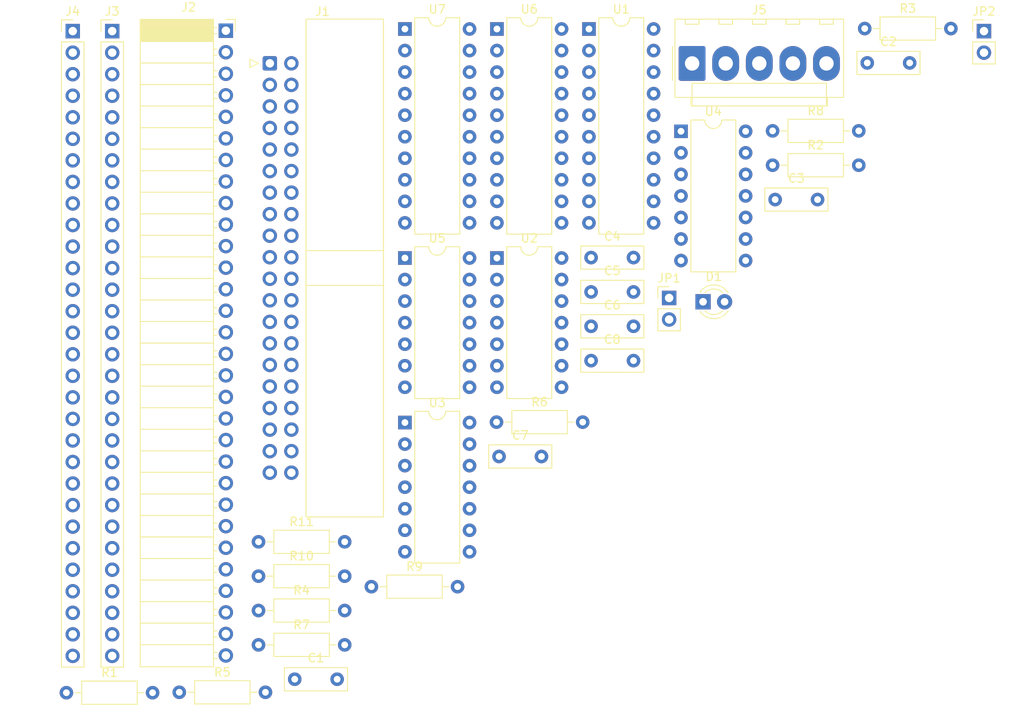
<source format=kicad_pcb>
(kicad_pcb (version 20171130) (host pcbnew "(5.1.12)-1")

  (general
    (thickness 1.6)
    (drawings 0)
    (tracks 0)
    (zones 0)
    (modules 34)
    (nets 97)
  )

  (page A4)
  (layers
    (0 F.Cu signal)
    (31 B.Cu signal)
    (32 B.Adhes user)
    (33 F.Adhes user)
    (34 B.Paste user)
    (35 F.Paste user)
    (36 B.SilkS user)
    (37 F.SilkS user)
    (38 B.Mask user)
    (39 F.Mask user)
    (40 Dwgs.User user)
    (41 Cmts.User user)
    (42 Eco1.User user)
    (43 Eco2.User user)
    (44 Edge.Cuts user)
    (45 Margin user)
    (46 B.CrtYd user)
    (47 F.CrtYd user)
    (48 B.Fab user)
    (49 F.Fab user)
  )

  (setup
    (last_trace_width 0.25)
    (trace_clearance 0.2)
    (zone_clearance 0.508)
    (zone_45_only no)
    (trace_min 0.2)
    (via_size 0.8)
    (via_drill 0.4)
    (via_min_size 0.4)
    (via_min_drill 0.3)
    (uvia_size 0.3)
    (uvia_drill 0.1)
    (uvias_allowed no)
    (uvia_min_size 0.2)
    (uvia_min_drill 0.1)
    (edge_width 0.05)
    (segment_width 0.2)
    (pcb_text_width 0.3)
    (pcb_text_size 1.5 1.5)
    (mod_edge_width 0.12)
    (mod_text_size 1 1)
    (mod_text_width 0.15)
    (pad_size 1.524 1.524)
    (pad_drill 0.762)
    (pad_to_mask_clearance 0)
    (aux_axis_origin 0 0)
    (visible_elements FFFFFF7F)
    (pcbplotparams
      (layerselection 0x010fc_ffffffff)
      (usegerberextensions false)
      (usegerberattributes true)
      (usegerberadvancedattributes true)
      (creategerberjobfile true)
      (excludeedgelayer true)
      (linewidth 0.100000)
      (plotframeref false)
      (viasonmask false)
      (mode 1)
      (useauxorigin false)
      (hpglpennumber 1)
      (hpglpenspeed 20)
      (hpglpendiameter 15.000000)
      (psnegative false)
      (psa4output false)
      (plotreference true)
      (plotvalue true)
      (plotinvisibletext false)
      (padsonsilk false)
      (subtractmaskfromsilk false)
      (outputformat 1)
      (mirror false)
      (drillshape 1)
      (scaleselection 1)
      (outputdirectory ""))
  )

  (net 0 "")
  (net 1 GND)
  (net 2 "Net-(C1-Pad2)")
  (net 3 /+5V)
  (net 4 "Net-(D1-Pad1)")
  (net 5 "Net-(D1-Pad2)")
  (net 6 /*NABU_RESET)
  (net 7 /BUF_D7)
  (net 8 /BUF_D6)
  (net 9 /BUF_D5)
  (net 10 /BUF_D4)
  (net 11 /BUF_D3)
  (net 12 /BUF_D2)
  (net 13 /BUF_D1)
  (net 14 /BUF_D0)
  (net 15 /IDE_DMARQ)
  (net 16 /*IDE_WR)
  (net 17 /*IDE_RD)
  (net 18 /IDE_IORDY)
  (net 19 "Net-(J1-Pad29)")
  (net 20 /IDE_IRQ)
  (net 21 /NABU_A2)
  (net 22 /NABU_A1)
  (net 23 /*IDE_CS0)
  (net 24 /*IDE_ACTIVE)
  (net 25 /IDE_D8)
  (net 26 /IDE_D9)
  (net 27 /IDE_D10)
  (net 28 /IDE_D11)
  (net 29 /IDE_D12)
  (net 30 /IDE_D13)
  (net 31 /IDE_D14)
  (net 32 /IDE_D15)
  (net 33 "Net-(J1-Pad20)")
  (net 34 /IDE_CSEL)
  (net 35 "Net-(J1-Pad32)")
  (net 36 "Net-(J1-Pad34)")
  (net 37 /NABU_A3)
  (net 38 /*IDE_CS1)
  (net 39 /*NABU_INT)
  (net 40 "Net-(J2-Pad2)")
  (net 41 "Net-(J2-Pad3)")
  (net 42 "Net-(J2-Pad4)")
  (net 43 /*NABU_CS)
  (net 44 /NABU_A0)
  (net 45 "Net-(J2-Pad10)")
  (net 46 /*NABU_WR)
  (net 47 /*NABU_RD)
  (net 48 /*NABU_IORQ)
  (net 49 "Net-(J2-Pad14)")
  (net 50 /NABU_D0)
  (net 51 /NABU_D1)
  (net 52 /NABU_D2)
  (net 53 /NABU_D3)
  (net 54 /NABU_D4)
  (net 55 /NABU_D5)
  (net 56 /NABU_D6)
  (net 57 /NABU_D7)
  (net 58 "Net-(J2-Pad29)")
  (net 59 "Net-(J2-Pad30)")
  (net 60 /CHAIN_CS2)
  (net 61 /CHAIN_CS1)
  (net 62 /CHAIN_CS0)
  (net 63 /CHAIN_INT2)
  (net 64 /CHAIN_INT1)
  (net 65 /CHAIN_INT0)
  (net 66 /CHAIN_WAIT)
  (net 67 "Net-(J3-Pad10)")
  (net 68 /CHAIN_AUDIO)
  (net 69 "Net-(J3-Pad4)")
  (net 70 /CHAIN_3.58Mhz)
  (net 71 /CHAIN_INTAK)
  (net 72 "Net-(J3-Pad1)")
  (net 73 "Net-(J4-Pad1)")
  (net 74 "Net-(J4-Pad4)")
  (net 75 "Net-(J4-Pad10)")
  (net 76 "Net-(J4-Pad26)")
  (net 77 "Net-(J4-Pad30)")
  (net 78 "Net-(J5-Pad3)")
  (net 79 "Net-(R1-Pad2)")
  (net 80 "Net-(R7-Pad1)")
  (net 81 "Net-(R8-Pad1)")
  (net 82 "Net-(R9-Pad1)")
  (net 83 "Net-(R10-Pad1)")
  (net 84 "Net-(R11-Pad1)")
  (net 85 "Net-(U1-Pad19)")
  (net 86 "Net-(U2-Pad12)")
  (net 87 /ENDIAN)
  (net 88 "Net-(U2-Pad8)")
  (net 89 "Net-(U3-Pad3)")
  (net 90 "Net-(U3-Pad11)")
  (net 91 "Net-(U4-Pad12)")
  (net 92 "Net-(U4-Pad8)")
  (net 93 "Net-(U5-Pad8)")
  (net 94 "Net-(U5-Pad3)")
  (net 95 "Net-(U5-Pad11)")
  (net 96 "Net-(U5-Pad6)")

  (net_class Default "This is the default net class."
    (clearance 0.2)
    (trace_width 0.25)
    (via_dia 0.8)
    (via_drill 0.4)
    (uvia_dia 0.3)
    (uvia_drill 0.1)
    (add_net /*IDE_ACTIVE)
    (add_net /*IDE_CS0)
    (add_net /*IDE_CS1)
    (add_net /*IDE_RD)
    (add_net /*IDE_WR)
    (add_net /*NABU_CS)
    (add_net /*NABU_INT)
    (add_net /*NABU_IORQ)
    (add_net /*NABU_RD)
    (add_net /*NABU_RESET)
    (add_net /*NABU_WR)
    (add_net /+5V)
    (add_net /BUF_D0)
    (add_net /BUF_D1)
    (add_net /BUF_D2)
    (add_net /BUF_D3)
    (add_net /BUF_D4)
    (add_net /BUF_D5)
    (add_net /BUF_D6)
    (add_net /BUF_D7)
    (add_net /CHAIN_3.58Mhz)
    (add_net /CHAIN_AUDIO)
    (add_net /CHAIN_CS0)
    (add_net /CHAIN_CS1)
    (add_net /CHAIN_CS2)
    (add_net /CHAIN_INT0)
    (add_net /CHAIN_INT1)
    (add_net /CHAIN_INT2)
    (add_net /CHAIN_INTAK)
    (add_net /CHAIN_WAIT)
    (add_net /ENDIAN)
    (add_net /IDE_CSEL)
    (add_net /IDE_D10)
    (add_net /IDE_D11)
    (add_net /IDE_D12)
    (add_net /IDE_D13)
    (add_net /IDE_D14)
    (add_net /IDE_D15)
    (add_net /IDE_D8)
    (add_net /IDE_D9)
    (add_net /IDE_DMARQ)
    (add_net /IDE_IORDY)
    (add_net /IDE_IRQ)
    (add_net /NABU_A0)
    (add_net /NABU_A1)
    (add_net /NABU_A2)
    (add_net /NABU_A3)
    (add_net /NABU_D0)
    (add_net /NABU_D1)
    (add_net /NABU_D2)
    (add_net /NABU_D3)
    (add_net /NABU_D4)
    (add_net /NABU_D5)
    (add_net /NABU_D6)
    (add_net /NABU_D7)
    (add_net GND)
    (add_net "Net-(C1-Pad2)")
    (add_net "Net-(D1-Pad1)")
    (add_net "Net-(D1-Pad2)")
    (add_net "Net-(J1-Pad20)")
    (add_net "Net-(J1-Pad29)")
    (add_net "Net-(J1-Pad32)")
    (add_net "Net-(J1-Pad34)")
    (add_net "Net-(J2-Pad10)")
    (add_net "Net-(J2-Pad14)")
    (add_net "Net-(J2-Pad2)")
    (add_net "Net-(J2-Pad29)")
    (add_net "Net-(J2-Pad3)")
    (add_net "Net-(J2-Pad30)")
    (add_net "Net-(J2-Pad4)")
    (add_net "Net-(J3-Pad1)")
    (add_net "Net-(J3-Pad10)")
    (add_net "Net-(J3-Pad4)")
    (add_net "Net-(J4-Pad1)")
    (add_net "Net-(J4-Pad10)")
    (add_net "Net-(J4-Pad26)")
    (add_net "Net-(J4-Pad30)")
    (add_net "Net-(J4-Pad4)")
    (add_net "Net-(J5-Pad3)")
    (add_net "Net-(R1-Pad2)")
    (add_net "Net-(R10-Pad1)")
    (add_net "Net-(R11-Pad1)")
    (add_net "Net-(R7-Pad1)")
    (add_net "Net-(R8-Pad1)")
    (add_net "Net-(R9-Pad1)")
    (add_net "Net-(U1-Pad19)")
    (add_net "Net-(U2-Pad12)")
    (add_net "Net-(U2-Pad8)")
    (add_net "Net-(U3-Pad11)")
    (add_net "Net-(U3-Pad3)")
    (add_net "Net-(U4-Pad12)")
    (add_net "Net-(U4-Pad8)")
    (add_net "Net-(U5-Pad11)")
    (add_net "Net-(U5-Pad3)")
    (add_net "Net-(U5-Pad6)")
    (add_net "Net-(U5-Pad8)")
  )

  (net_class GND ""
    (clearance 0.2)
    (trace_width 0.5)
    (via_dia 0.8)
    (via_drill 0.4)
    (uvia_dia 0.3)
    (uvia_drill 0.1)
  )

  (net_class POWER ""
    (clearance 0.2)
    (trace_width 0.5)
    (via_dia 0.8)
    (via_drill 0.4)
    (uvia_dia 0.3)
    (uvia_drill 0.1)
  )

  (module Capacitor_THT:C_Rect_L7.2mm_W2.5mm_P5.00mm_FKS2_FKP2_MKS2_MKP2 (layer F.Cu) (tedit 5AE50EF0) (tstamp 63B09C87)
    (at 59.364001 126.749001)
    (descr "C, Rect series, Radial, pin pitch=5.00mm, , length*width=7.2*2.5mm^2, Capacitor, http://www.wima.com/EN/WIMA_FKS_2.pdf")
    (tags "C Rect series Radial pin pitch 5.00mm  length 7.2mm width 2.5mm Capacitor")
    (path /63D3B7D7)
    (fp_text reference C1 (at 2.5 -2.5) (layer F.SilkS)
      (effects (font (size 1 1) (thickness 0.15)))
    )
    (fp_text value 1nF (at 2.5 2.5) (layer F.Fab)
      (effects (font (size 1 1) (thickness 0.15)))
    )
    (fp_line (start 6.35 -1.5) (end -1.35 -1.5) (layer F.CrtYd) (width 0.05))
    (fp_line (start 6.35 1.5) (end 6.35 -1.5) (layer F.CrtYd) (width 0.05))
    (fp_line (start -1.35 1.5) (end 6.35 1.5) (layer F.CrtYd) (width 0.05))
    (fp_line (start -1.35 -1.5) (end -1.35 1.5) (layer F.CrtYd) (width 0.05))
    (fp_line (start 6.22 -1.37) (end 6.22 1.37) (layer F.SilkS) (width 0.12))
    (fp_line (start -1.22 -1.37) (end -1.22 1.37) (layer F.SilkS) (width 0.12))
    (fp_line (start -1.22 1.37) (end 6.22 1.37) (layer F.SilkS) (width 0.12))
    (fp_line (start -1.22 -1.37) (end 6.22 -1.37) (layer F.SilkS) (width 0.12))
    (fp_line (start 6.1 -1.25) (end -1.1 -1.25) (layer F.Fab) (width 0.1))
    (fp_line (start 6.1 1.25) (end 6.1 -1.25) (layer F.Fab) (width 0.1))
    (fp_line (start -1.1 1.25) (end 6.1 1.25) (layer F.Fab) (width 0.1))
    (fp_line (start -1.1 -1.25) (end -1.1 1.25) (layer F.Fab) (width 0.1))
    (fp_text user %R (at 2.5 0) (layer F.Fab)
      (effects (font (size 1 1) (thickness 0.15)))
    )
    (pad 1 thru_hole circle (at 0 0) (size 1.6 1.6) (drill 0.8) (layers *.Cu *.Mask)
      (net 1 GND))
    (pad 2 thru_hole circle (at 5 0) (size 1.6 1.6) (drill 0.8) (layers *.Cu *.Mask)
      (net 2 "Net-(C1-Pad2)"))
    (model ${KISYS3DMOD}/Capacitor_THT.3dshapes/C_Rect_L7.2mm_W2.5mm_P5.00mm_FKS2_FKP2_MKS2_MKP2.wrl
      (at (xyz 0 0 0))
      (scale (xyz 1 1 1))
      (rotate (xyz 0 0 0))
    )
  )

  (module Capacitor_THT:C_Rect_L7.2mm_W2.5mm_P5.00mm_FKS2_FKP2_MKS2_MKP2 (layer F.Cu) (tedit 5AE50EF0) (tstamp 63B09C9A)
    (at 126.864001 54.089001)
    (descr "C, Rect series, Radial, pin pitch=5.00mm, , length*width=7.2*2.5mm^2, Capacitor, http://www.wima.com/EN/WIMA_FKS_2.pdf")
    (tags "C Rect series Radial pin pitch 5.00mm  length 7.2mm width 2.5mm Capacitor")
    (path /643E6224)
    (fp_text reference C2 (at 2.5 -2.5) (layer F.SilkS)
      (effects (font (size 1 1) (thickness 0.15)))
    )
    (fp_text value 100nf (at 2.5 2.5) (layer F.Fab)
      (effects (font (size 1 1) (thickness 0.15)))
    )
    (fp_text user %R (at 2.5 0) (layer F.Fab)
      (effects (font (size 1 1) (thickness 0.15)))
    )
    (fp_line (start -1.1 -1.25) (end -1.1 1.25) (layer F.Fab) (width 0.1))
    (fp_line (start -1.1 1.25) (end 6.1 1.25) (layer F.Fab) (width 0.1))
    (fp_line (start 6.1 1.25) (end 6.1 -1.25) (layer F.Fab) (width 0.1))
    (fp_line (start 6.1 -1.25) (end -1.1 -1.25) (layer F.Fab) (width 0.1))
    (fp_line (start -1.22 -1.37) (end 6.22 -1.37) (layer F.SilkS) (width 0.12))
    (fp_line (start -1.22 1.37) (end 6.22 1.37) (layer F.SilkS) (width 0.12))
    (fp_line (start -1.22 -1.37) (end -1.22 1.37) (layer F.SilkS) (width 0.12))
    (fp_line (start 6.22 -1.37) (end 6.22 1.37) (layer F.SilkS) (width 0.12))
    (fp_line (start -1.35 -1.5) (end -1.35 1.5) (layer F.CrtYd) (width 0.05))
    (fp_line (start -1.35 1.5) (end 6.35 1.5) (layer F.CrtYd) (width 0.05))
    (fp_line (start 6.35 1.5) (end 6.35 -1.5) (layer F.CrtYd) (width 0.05))
    (fp_line (start 6.35 -1.5) (end -1.35 -1.5) (layer F.CrtYd) (width 0.05))
    (pad 2 thru_hole circle (at 5 0) (size 1.6 1.6) (drill 0.8) (layers *.Cu *.Mask)
      (net 1 GND))
    (pad 1 thru_hole circle (at 0 0) (size 1.6 1.6) (drill 0.8) (layers *.Cu *.Mask)
      (net 3 /+5V))
    (model ${KISYS3DMOD}/Capacitor_THT.3dshapes/C_Rect_L7.2mm_W2.5mm_P5.00mm_FKS2_FKP2_MKS2_MKP2.wrl
      (at (xyz 0 0 0))
      (scale (xyz 1 1 1))
      (rotate (xyz 0 0 0))
    )
  )

  (module Capacitor_THT:C_Rect_L7.2mm_W2.5mm_P5.00mm_FKS2_FKP2_MKS2_MKP2 (layer F.Cu) (tedit 5AE50EF0) (tstamp 63B09CAD)
    (at 116.004001 70.199001)
    (descr "C, Rect series, Radial, pin pitch=5.00mm, , length*width=7.2*2.5mm^2, Capacitor, http://www.wima.com/EN/WIMA_FKS_2.pdf")
    (tags "C Rect series Radial pin pitch 5.00mm  length 7.2mm width 2.5mm Capacitor")
    (path /6446B060)
    (fp_text reference C3 (at 2.5 -2.5) (layer F.SilkS)
      (effects (font (size 1 1) (thickness 0.15)))
    )
    (fp_text value 100nf (at 2.5 2.5) (layer F.Fab)
      (effects (font (size 1 1) (thickness 0.15)))
    )
    (fp_line (start 6.35 -1.5) (end -1.35 -1.5) (layer F.CrtYd) (width 0.05))
    (fp_line (start 6.35 1.5) (end 6.35 -1.5) (layer F.CrtYd) (width 0.05))
    (fp_line (start -1.35 1.5) (end 6.35 1.5) (layer F.CrtYd) (width 0.05))
    (fp_line (start -1.35 -1.5) (end -1.35 1.5) (layer F.CrtYd) (width 0.05))
    (fp_line (start 6.22 -1.37) (end 6.22 1.37) (layer F.SilkS) (width 0.12))
    (fp_line (start -1.22 -1.37) (end -1.22 1.37) (layer F.SilkS) (width 0.12))
    (fp_line (start -1.22 1.37) (end 6.22 1.37) (layer F.SilkS) (width 0.12))
    (fp_line (start -1.22 -1.37) (end 6.22 -1.37) (layer F.SilkS) (width 0.12))
    (fp_line (start 6.1 -1.25) (end -1.1 -1.25) (layer F.Fab) (width 0.1))
    (fp_line (start 6.1 1.25) (end 6.1 -1.25) (layer F.Fab) (width 0.1))
    (fp_line (start -1.1 1.25) (end 6.1 1.25) (layer F.Fab) (width 0.1))
    (fp_line (start -1.1 -1.25) (end -1.1 1.25) (layer F.Fab) (width 0.1))
    (fp_text user %R (at 2.5 0) (layer F.Fab)
      (effects (font (size 1 1) (thickness 0.15)))
    )
    (pad 1 thru_hole circle (at 0 0) (size 1.6 1.6) (drill 0.8) (layers *.Cu *.Mask)
      (net 3 /+5V))
    (pad 2 thru_hole circle (at 5 0) (size 1.6 1.6) (drill 0.8) (layers *.Cu *.Mask)
      (net 1 GND))
    (model ${KISYS3DMOD}/Capacitor_THT.3dshapes/C_Rect_L7.2mm_W2.5mm_P5.00mm_FKS2_FKP2_MKS2_MKP2.wrl
      (at (xyz 0 0 0))
      (scale (xyz 1 1 1))
      (rotate (xyz 0 0 0))
    )
  )

  (module Capacitor_THT:C_Rect_L7.2mm_W2.5mm_P5.00mm_FKS2_FKP2_MKS2_MKP2 (layer F.Cu) (tedit 5AE50EF0) (tstamp 63B09CC0)
    (at 94.304001 77.039001)
    (descr "C, Rect series, Radial, pin pitch=5.00mm, , length*width=7.2*2.5mm^2, Capacitor, http://www.wima.com/EN/WIMA_FKS_2.pdf")
    (tags "C Rect series Radial pin pitch 5.00mm  length 7.2mm width 2.5mm Capacitor")
    (path /644C3787)
    (fp_text reference C4 (at 2.5 -2.5) (layer F.SilkS)
      (effects (font (size 1 1) (thickness 0.15)))
    )
    (fp_text value 100nf (at 2.5 2.5) (layer F.Fab)
      (effects (font (size 1 1) (thickness 0.15)))
    )
    (fp_text user %R (at 2.5 0) (layer F.Fab)
      (effects (font (size 1 1) (thickness 0.15)))
    )
    (fp_line (start -1.1 -1.25) (end -1.1 1.25) (layer F.Fab) (width 0.1))
    (fp_line (start -1.1 1.25) (end 6.1 1.25) (layer F.Fab) (width 0.1))
    (fp_line (start 6.1 1.25) (end 6.1 -1.25) (layer F.Fab) (width 0.1))
    (fp_line (start 6.1 -1.25) (end -1.1 -1.25) (layer F.Fab) (width 0.1))
    (fp_line (start -1.22 -1.37) (end 6.22 -1.37) (layer F.SilkS) (width 0.12))
    (fp_line (start -1.22 1.37) (end 6.22 1.37) (layer F.SilkS) (width 0.12))
    (fp_line (start -1.22 -1.37) (end -1.22 1.37) (layer F.SilkS) (width 0.12))
    (fp_line (start 6.22 -1.37) (end 6.22 1.37) (layer F.SilkS) (width 0.12))
    (fp_line (start -1.35 -1.5) (end -1.35 1.5) (layer F.CrtYd) (width 0.05))
    (fp_line (start -1.35 1.5) (end 6.35 1.5) (layer F.CrtYd) (width 0.05))
    (fp_line (start 6.35 1.5) (end 6.35 -1.5) (layer F.CrtYd) (width 0.05))
    (fp_line (start 6.35 -1.5) (end -1.35 -1.5) (layer F.CrtYd) (width 0.05))
    (pad 2 thru_hole circle (at 5 0) (size 1.6 1.6) (drill 0.8) (layers *.Cu *.Mask)
      (net 1 GND))
    (pad 1 thru_hole circle (at 0 0) (size 1.6 1.6) (drill 0.8) (layers *.Cu *.Mask)
      (net 3 /+5V))
    (model ${KISYS3DMOD}/Capacitor_THT.3dshapes/C_Rect_L7.2mm_W2.5mm_P5.00mm_FKS2_FKP2_MKS2_MKP2.wrl
      (at (xyz 0 0 0))
      (scale (xyz 1 1 1))
      (rotate (xyz 0 0 0))
    )
  )

  (module Capacitor_THT:C_Rect_L7.2mm_W2.5mm_P5.00mm_FKS2_FKP2_MKS2_MKP2 (layer F.Cu) (tedit 5AE50EF0) (tstamp 63B09CD3)
    (at 94.304001 81.089001)
    (descr "C, Rect series, Radial, pin pitch=5.00mm, , length*width=7.2*2.5mm^2, Capacitor, http://www.wima.com/EN/WIMA_FKS_2.pdf")
    (tags "C Rect series Radial pin pitch 5.00mm  length 7.2mm width 2.5mm Capacitor")
    (path /646B90B3)
    (fp_text reference C5 (at 2.5 -2.5) (layer F.SilkS)
      (effects (font (size 1 1) (thickness 0.15)))
    )
    (fp_text value 100nf (at 2.5 2.5) (layer F.Fab)
      (effects (font (size 1 1) (thickness 0.15)))
    )
    (fp_line (start 6.35 -1.5) (end -1.35 -1.5) (layer F.CrtYd) (width 0.05))
    (fp_line (start 6.35 1.5) (end 6.35 -1.5) (layer F.CrtYd) (width 0.05))
    (fp_line (start -1.35 1.5) (end 6.35 1.5) (layer F.CrtYd) (width 0.05))
    (fp_line (start -1.35 -1.5) (end -1.35 1.5) (layer F.CrtYd) (width 0.05))
    (fp_line (start 6.22 -1.37) (end 6.22 1.37) (layer F.SilkS) (width 0.12))
    (fp_line (start -1.22 -1.37) (end -1.22 1.37) (layer F.SilkS) (width 0.12))
    (fp_line (start -1.22 1.37) (end 6.22 1.37) (layer F.SilkS) (width 0.12))
    (fp_line (start -1.22 -1.37) (end 6.22 -1.37) (layer F.SilkS) (width 0.12))
    (fp_line (start 6.1 -1.25) (end -1.1 -1.25) (layer F.Fab) (width 0.1))
    (fp_line (start 6.1 1.25) (end 6.1 -1.25) (layer F.Fab) (width 0.1))
    (fp_line (start -1.1 1.25) (end 6.1 1.25) (layer F.Fab) (width 0.1))
    (fp_line (start -1.1 -1.25) (end -1.1 1.25) (layer F.Fab) (width 0.1))
    (fp_text user %R (at 2.5 0) (layer F.Fab)
      (effects (font (size 1 1) (thickness 0.15)))
    )
    (pad 1 thru_hole circle (at 0 0) (size 1.6 1.6) (drill 0.8) (layers *.Cu *.Mask)
      (net 3 /+5V))
    (pad 2 thru_hole circle (at 5 0) (size 1.6 1.6) (drill 0.8) (layers *.Cu *.Mask)
      (net 1 GND))
    (model ${KISYS3DMOD}/Capacitor_THT.3dshapes/C_Rect_L7.2mm_W2.5mm_P5.00mm_FKS2_FKP2_MKS2_MKP2.wrl
      (at (xyz 0 0 0))
      (scale (xyz 1 1 1))
      (rotate (xyz 0 0 0))
    )
  )

  (module Capacitor_THT:C_Rect_L7.2mm_W2.5mm_P5.00mm_FKS2_FKP2_MKS2_MKP2 (layer F.Cu) (tedit 5AE50EF0) (tstamp 63B09CE6)
    (at 94.304001 85.139001)
    (descr "C, Rect series, Radial, pin pitch=5.00mm, , length*width=7.2*2.5mm^2, Capacitor, http://www.wima.com/EN/WIMA_FKS_2.pdf")
    (tags "C Rect series Radial pin pitch 5.00mm  length 7.2mm width 2.5mm Capacitor")
    (path /646E7776)
    (fp_text reference C6 (at 2.5 -2.5) (layer F.SilkS)
      (effects (font (size 1 1) (thickness 0.15)))
    )
    (fp_text value 100nf (at 2.5 2.5) (layer F.Fab)
      (effects (font (size 1 1) (thickness 0.15)))
    )
    (fp_text user %R (at 2.5 0) (layer F.Fab)
      (effects (font (size 1 1) (thickness 0.15)))
    )
    (fp_line (start -1.1 -1.25) (end -1.1 1.25) (layer F.Fab) (width 0.1))
    (fp_line (start -1.1 1.25) (end 6.1 1.25) (layer F.Fab) (width 0.1))
    (fp_line (start 6.1 1.25) (end 6.1 -1.25) (layer F.Fab) (width 0.1))
    (fp_line (start 6.1 -1.25) (end -1.1 -1.25) (layer F.Fab) (width 0.1))
    (fp_line (start -1.22 -1.37) (end 6.22 -1.37) (layer F.SilkS) (width 0.12))
    (fp_line (start -1.22 1.37) (end 6.22 1.37) (layer F.SilkS) (width 0.12))
    (fp_line (start -1.22 -1.37) (end -1.22 1.37) (layer F.SilkS) (width 0.12))
    (fp_line (start 6.22 -1.37) (end 6.22 1.37) (layer F.SilkS) (width 0.12))
    (fp_line (start -1.35 -1.5) (end -1.35 1.5) (layer F.CrtYd) (width 0.05))
    (fp_line (start -1.35 1.5) (end 6.35 1.5) (layer F.CrtYd) (width 0.05))
    (fp_line (start 6.35 1.5) (end 6.35 -1.5) (layer F.CrtYd) (width 0.05))
    (fp_line (start 6.35 -1.5) (end -1.35 -1.5) (layer F.CrtYd) (width 0.05))
    (pad 2 thru_hole circle (at 5 0) (size 1.6 1.6) (drill 0.8) (layers *.Cu *.Mask)
      (net 1 GND))
    (pad 1 thru_hole circle (at 0 0) (size 1.6 1.6) (drill 0.8) (layers *.Cu *.Mask)
      (net 3 /+5V))
    (model ${KISYS3DMOD}/Capacitor_THT.3dshapes/C_Rect_L7.2mm_W2.5mm_P5.00mm_FKS2_FKP2_MKS2_MKP2.wrl
      (at (xyz 0 0 0))
      (scale (xyz 1 1 1))
      (rotate (xyz 0 0 0))
    )
  )

  (module Capacitor_THT:C_Rect_L7.2mm_W2.5mm_P5.00mm_FKS2_FKP2_MKS2_MKP2 (layer F.Cu) (tedit 5AE50EF0) (tstamp 63B09CF9)
    (at 83.454001 100.489001)
    (descr "C, Rect series, Radial, pin pitch=5.00mm, , length*width=7.2*2.5mm^2, Capacitor, http://www.wima.com/EN/WIMA_FKS_2.pdf")
    (tags "C Rect series Radial pin pitch 5.00mm  length 7.2mm width 2.5mm Capacitor")
    (path /64770F26)
    (fp_text reference C7 (at 2.5 -2.5) (layer F.SilkS)
      (effects (font (size 1 1) (thickness 0.15)))
    )
    (fp_text value 100nf (at 2.5 2.5) (layer F.Fab)
      (effects (font (size 1 1) (thickness 0.15)))
    )
    (fp_line (start 6.35 -1.5) (end -1.35 -1.5) (layer F.CrtYd) (width 0.05))
    (fp_line (start 6.35 1.5) (end 6.35 -1.5) (layer F.CrtYd) (width 0.05))
    (fp_line (start -1.35 1.5) (end 6.35 1.5) (layer F.CrtYd) (width 0.05))
    (fp_line (start -1.35 -1.5) (end -1.35 1.5) (layer F.CrtYd) (width 0.05))
    (fp_line (start 6.22 -1.37) (end 6.22 1.37) (layer F.SilkS) (width 0.12))
    (fp_line (start -1.22 -1.37) (end -1.22 1.37) (layer F.SilkS) (width 0.12))
    (fp_line (start -1.22 1.37) (end 6.22 1.37) (layer F.SilkS) (width 0.12))
    (fp_line (start -1.22 -1.37) (end 6.22 -1.37) (layer F.SilkS) (width 0.12))
    (fp_line (start 6.1 -1.25) (end -1.1 -1.25) (layer F.Fab) (width 0.1))
    (fp_line (start 6.1 1.25) (end 6.1 -1.25) (layer F.Fab) (width 0.1))
    (fp_line (start -1.1 1.25) (end 6.1 1.25) (layer F.Fab) (width 0.1))
    (fp_line (start -1.1 -1.25) (end -1.1 1.25) (layer F.Fab) (width 0.1))
    (fp_text user %R (at 2.5 0) (layer F.Fab)
      (effects (font (size 1 1) (thickness 0.15)))
    )
    (pad 1 thru_hole circle (at 0 0) (size 1.6 1.6) (drill 0.8) (layers *.Cu *.Mask)
      (net 3 /+5V))
    (pad 2 thru_hole circle (at 5 0) (size 1.6 1.6) (drill 0.8) (layers *.Cu *.Mask)
      (net 1 GND))
    (model ${KISYS3DMOD}/Capacitor_THT.3dshapes/C_Rect_L7.2mm_W2.5mm_P5.00mm_FKS2_FKP2_MKS2_MKP2.wrl
      (at (xyz 0 0 0))
      (scale (xyz 1 1 1))
      (rotate (xyz 0 0 0))
    )
  )

  (module Capacitor_THT:C_Rect_L7.2mm_W2.5mm_P5.00mm_FKS2_FKP2_MKS2_MKP2 (layer F.Cu) (tedit 5AE50EF0) (tstamp 63B09D0C)
    (at 94.304001 89.189001)
    (descr "C, Rect series, Radial, pin pitch=5.00mm, , length*width=7.2*2.5mm^2, Capacitor, http://www.wima.com/EN/WIMA_FKS_2.pdf")
    (tags "C Rect series Radial pin pitch 5.00mm  length 7.2mm width 2.5mm Capacitor")
    (path /647716F6)
    (fp_text reference C8 (at 2.5 -2.5) (layer F.SilkS)
      (effects (font (size 1 1) (thickness 0.15)))
    )
    (fp_text value 100nf (at 2.5 2.5) (layer F.Fab)
      (effects (font (size 1 1) (thickness 0.15)))
    )
    (fp_text user %R (at 2.5 0) (layer F.Fab)
      (effects (font (size 1 1) (thickness 0.15)))
    )
    (fp_line (start -1.1 -1.25) (end -1.1 1.25) (layer F.Fab) (width 0.1))
    (fp_line (start -1.1 1.25) (end 6.1 1.25) (layer F.Fab) (width 0.1))
    (fp_line (start 6.1 1.25) (end 6.1 -1.25) (layer F.Fab) (width 0.1))
    (fp_line (start 6.1 -1.25) (end -1.1 -1.25) (layer F.Fab) (width 0.1))
    (fp_line (start -1.22 -1.37) (end 6.22 -1.37) (layer F.SilkS) (width 0.12))
    (fp_line (start -1.22 1.37) (end 6.22 1.37) (layer F.SilkS) (width 0.12))
    (fp_line (start -1.22 -1.37) (end -1.22 1.37) (layer F.SilkS) (width 0.12))
    (fp_line (start 6.22 -1.37) (end 6.22 1.37) (layer F.SilkS) (width 0.12))
    (fp_line (start -1.35 -1.5) (end -1.35 1.5) (layer F.CrtYd) (width 0.05))
    (fp_line (start -1.35 1.5) (end 6.35 1.5) (layer F.CrtYd) (width 0.05))
    (fp_line (start 6.35 1.5) (end 6.35 -1.5) (layer F.CrtYd) (width 0.05))
    (fp_line (start 6.35 -1.5) (end -1.35 -1.5) (layer F.CrtYd) (width 0.05))
    (pad 2 thru_hole circle (at 5 0) (size 1.6 1.6) (drill 0.8) (layers *.Cu *.Mask)
      (net 1 GND))
    (pad 1 thru_hole circle (at 0 0) (size 1.6 1.6) (drill 0.8) (layers *.Cu *.Mask)
      (net 3 /+5V))
    (model ${KISYS3DMOD}/Capacitor_THT.3dshapes/C_Rect_L7.2mm_W2.5mm_P5.00mm_FKS2_FKP2_MKS2_MKP2.wrl
      (at (xyz 0 0 0))
      (scale (xyz 1 1 1))
      (rotate (xyz 0 0 0))
    )
  )

  (module LED_THT:LED_D3.0mm (layer F.Cu) (tedit 587A3A7B) (tstamp 63B09D1F)
    (at 107.504001 82.249001)
    (descr "LED, diameter 3.0mm, 2 pins")
    (tags "LED diameter 3.0mm 2 pins")
    (path /643BFED0)
    (fp_text reference D1 (at 1.27 -2.96) (layer F.SilkS)
      (effects (font (size 1 1) (thickness 0.15)))
    )
    (fp_text value "LED 3mm" (at 1.27 2.96) (layer F.Fab)
      (effects (font (size 1 1) (thickness 0.15)))
    )
    (fp_line (start 3.7 -2.25) (end -1.15 -2.25) (layer F.CrtYd) (width 0.05))
    (fp_line (start 3.7 2.25) (end 3.7 -2.25) (layer F.CrtYd) (width 0.05))
    (fp_line (start -1.15 2.25) (end 3.7 2.25) (layer F.CrtYd) (width 0.05))
    (fp_line (start -1.15 -2.25) (end -1.15 2.25) (layer F.CrtYd) (width 0.05))
    (fp_line (start -0.29 1.08) (end -0.29 1.236) (layer F.SilkS) (width 0.12))
    (fp_line (start -0.29 -1.236) (end -0.29 -1.08) (layer F.SilkS) (width 0.12))
    (fp_line (start -0.23 -1.16619) (end -0.23 1.16619) (layer F.Fab) (width 0.1))
    (fp_circle (center 1.27 0) (end 2.77 0) (layer F.Fab) (width 0.1))
    (fp_arc (start 1.27 0) (end -0.23 -1.16619) (angle 284.3) (layer F.Fab) (width 0.1))
    (fp_arc (start 1.27 0) (end -0.29 -1.235516) (angle 108.8) (layer F.SilkS) (width 0.12))
    (fp_arc (start 1.27 0) (end -0.29 1.235516) (angle -108.8) (layer F.SilkS) (width 0.12))
    (fp_arc (start 1.27 0) (end 0.229039 -1.08) (angle 87.9) (layer F.SilkS) (width 0.12))
    (fp_arc (start 1.27 0) (end 0.229039 1.08) (angle -87.9) (layer F.SilkS) (width 0.12))
    (pad 1 thru_hole rect (at 0 0) (size 1.8 1.8) (drill 0.9) (layers *.Cu *.Mask)
      (net 4 "Net-(D1-Pad1)"))
    (pad 2 thru_hole circle (at 2.54 0) (size 1.8 1.8) (drill 0.9) (layers *.Cu *.Mask)
      (net 5 "Net-(D1-Pad2)"))
    (model ${KISYS3DMOD}/LED_THT.3dshapes/LED_D3.0mm.wrl
      (at (xyz 0 0 0))
      (scale (xyz 1 1 1))
      (rotate (xyz 0 0 0))
    )
  )

  (module Connector_IDC:IDC-Header_2x20_P2.54mm_Horizontal (layer F.Cu) (tedit 5EAC9A08) (tstamp 63B09D9C)
    (at 56.429001 54.139001)
    (descr "Through hole IDC box header, 2x20, 2.54mm pitch, DIN 41651 / IEC 60603-13, double rows, https://docs.google.com/spreadsheets/d/16SsEcesNF15N3Lb4niX7dcUr-NY5_MFPQhobNuNppn4/edit#gid=0")
    (tags "Through hole horizontal IDC box header THT 2x20 2.54mm double row")
    (path /638A6A85)
    (fp_text reference J1 (at 6.215 -6.1) (layer F.SilkS)
      (effects (font (size 1 1) (thickness 0.15)))
    )
    (fp_text value "IDE ATA Bus" (at 6.215 54.36) (layer F.Fab)
      (effects (font (size 1 1) (thickness 0.15)))
    )
    (fp_line (start 13.78 -5.6) (end -1.35 -5.6) (layer F.CrtYd) (width 0.05))
    (fp_line (start 13.78 53.86) (end 13.78 -5.6) (layer F.CrtYd) (width 0.05))
    (fp_line (start -1.35 53.86) (end 13.78 53.86) (layer F.CrtYd) (width 0.05))
    (fp_line (start -1.35 -5.6) (end -1.35 53.86) (layer F.CrtYd) (width 0.05))
    (fp_line (start -2.35 0.5) (end -1.35 0) (layer F.SilkS) (width 0.12))
    (fp_line (start -2.35 -0.5) (end -2.35 0.5) (layer F.SilkS) (width 0.12))
    (fp_line (start -1.35 0) (end -2.35 -0.5) (layer F.SilkS) (width 0.12))
    (fp_line (start 4.27 53.47) (end 4.27 -5.21) (layer F.SilkS) (width 0.12))
    (fp_line (start 13.39 53.47) (end 4.27 53.47) (layer F.SilkS) (width 0.12))
    (fp_line (start 13.39 -5.21) (end 13.39 53.47) (layer F.SilkS) (width 0.12))
    (fp_line (start 4.27 -5.21) (end 13.39 -5.21) (layer F.SilkS) (width 0.12))
    (fp_line (start 4.38 53.36) (end 4.38 -4.1) (layer F.Fab) (width 0.1))
    (fp_line (start 13.28 53.36) (end 4.38 53.36) (layer F.Fab) (width 0.1))
    (fp_line (start 13.28 -5.1) (end 13.28 53.36) (layer F.Fab) (width 0.1))
    (fp_line (start 5.38 -5.1) (end 13.28 -5.1) (layer F.Fab) (width 0.1))
    (fp_line (start -0.32 48.58) (end 4.38 48.58) (layer F.Fab) (width 0.1))
    (fp_line (start -0.32 47.94) (end -0.32 48.58) (layer F.Fab) (width 0.1))
    (fp_line (start 4.38 47.94) (end -0.32 47.94) (layer F.Fab) (width 0.1))
    (fp_line (start -0.32 46.04) (end 4.38 46.04) (layer F.Fab) (width 0.1))
    (fp_line (start -0.32 45.4) (end -0.32 46.04) (layer F.Fab) (width 0.1))
    (fp_line (start 4.38 45.4) (end -0.32 45.4) (layer F.Fab) (width 0.1))
    (fp_line (start -0.32 43.5) (end 4.38 43.5) (layer F.Fab) (width 0.1))
    (fp_line (start -0.32 42.86) (end -0.32 43.5) (layer F.Fab) (width 0.1))
    (fp_line (start 4.38 42.86) (end -0.32 42.86) (layer F.Fab) (width 0.1))
    (fp_line (start -0.32 40.96) (end 4.38 40.96) (layer F.Fab) (width 0.1))
    (fp_line (start -0.32 40.32) (end -0.32 40.96) (layer F.Fab) (width 0.1))
    (fp_line (start 4.38 40.32) (end -0.32 40.32) (layer F.Fab) (width 0.1))
    (fp_line (start -0.32 38.42) (end 4.38 38.42) (layer F.Fab) (width 0.1))
    (fp_line (start -0.32 37.78) (end -0.32 38.42) (layer F.Fab) (width 0.1))
    (fp_line (start 4.38 37.78) (end -0.32 37.78) (layer F.Fab) (width 0.1))
    (fp_line (start -0.32 35.88) (end 4.38 35.88) (layer F.Fab) (width 0.1))
    (fp_line (start -0.32 35.24) (end -0.32 35.88) (layer F.Fab) (width 0.1))
    (fp_line (start 4.38 35.24) (end -0.32 35.24) (layer F.Fab) (width 0.1))
    (fp_line (start -0.32 33.34) (end 4.38 33.34) (layer F.Fab) (width 0.1))
    (fp_line (start -0.32 32.7) (end -0.32 33.34) (layer F.Fab) (width 0.1))
    (fp_line (start 4.38 32.7) (end -0.32 32.7) (layer F.Fab) (width 0.1))
    (fp_line (start -0.32 30.8) (end 4.38 30.8) (layer F.Fab) (width 0.1))
    (fp_line (start -0.32 30.16) (end -0.32 30.8) (layer F.Fab) (width 0.1))
    (fp_line (start 4.38 30.16) (end -0.32 30.16) (layer F.Fab) (width 0.1))
    (fp_line (start -0.32 28.26) (end 4.38 28.26) (layer F.Fab) (width 0.1))
    (fp_line (start -0.32 27.62) (end -0.32 28.26) (layer F.Fab) (width 0.1))
    (fp_line (start 4.38 27.62) (end -0.32 27.62) (layer F.Fab) (width 0.1))
    (fp_line (start -0.32 25.72) (end 4.38 25.72) (layer F.Fab) (width 0.1))
    (fp_line (start -0.32 25.08) (end -0.32 25.72) (layer F.Fab) (width 0.1))
    (fp_line (start 4.38 25.08) (end -0.32 25.08) (layer F.Fab) (width 0.1))
    (fp_line (start -0.32 23.18) (end 4.38 23.18) (layer F.Fab) (width 0.1))
    (fp_line (start -0.32 22.54) (end -0.32 23.18) (layer F.Fab) (width 0.1))
    (fp_line (start 4.38 22.54) (end -0.32 22.54) (layer F.Fab) (width 0.1))
    (fp_line (start -0.32 20.64) (end 4.38 20.64) (layer F.Fab) (width 0.1))
    (fp_line (start -0.32 20) (end -0.32 20.64) (layer F.Fab) (width 0.1))
    (fp_line (start 4.38 20) (end -0.32 20) (layer F.Fab) (width 0.1))
    (fp_line (start -0.32 18.1) (end 4.38 18.1) (layer F.Fab) (width 0.1))
    (fp_line (start -0.32 17.46) (end -0.32 18.1) (layer F.Fab) (width 0.1))
    (fp_line (start 4.38 17.46) (end -0.32 17.46) (layer F.Fab) (width 0.1))
    (fp_line (start -0.32 15.56) (end 4.38 15.56) (layer F.Fab) (width 0.1))
    (fp_line (start -0.32 14.92) (end -0.32 15.56) (layer F.Fab) (width 0.1))
    (fp_line (start 4.38 14.92) (end -0.32 14.92) (layer F.Fab) (width 0.1))
    (fp_line (start -0.32 13.02) (end 4.38 13.02) (layer F.Fab) (width 0.1))
    (fp_line (start -0.32 12.38) (end -0.32 13.02) (layer F.Fab) (width 0.1))
    (fp_line (start 4.38 12.38) (end -0.32 12.38) (layer F.Fab) (width 0.1))
    (fp_line (start -0.32 10.48) (end 4.38 10.48) (layer F.Fab) (width 0.1))
    (fp_line (start -0.32 9.84) (end -0.32 10.48) (layer F.Fab) (width 0.1))
    (fp_line (start 4.38 9.84) (end -0.32 9.84) (layer F.Fab) (width 0.1))
    (fp_line (start -0.32 7.94) (end 4.38 7.94) (layer F.Fab) (width 0.1))
    (fp_line (start -0.32 7.3) (end -0.32 7.94) (layer F.Fab) (width 0.1))
    (fp_line (start 4.38 7.3) (end -0.32 7.3) (layer F.Fab) (width 0.1))
    (fp_line (start -0.32 5.4) (end 4.38 5.4) (layer F.Fab) (width 0.1))
    (fp_line (start -0.32 4.76) (end -0.32 5.4) (layer F.Fab) (width 0.1))
    (fp_line (start 4.38 4.76) (end -0.32 4.76) (layer F.Fab) (width 0.1))
    (fp_line (start -0.32 2.86) (end 4.38 2.86) (layer F.Fab) (width 0.1))
    (fp_line (start -0.32 2.22) (end -0.32 2.86) (layer F.Fab) (width 0.1))
    (fp_line (start 4.38 2.22) (end -0.32 2.22) (layer F.Fab) (width 0.1))
    (fp_line (start -0.32 0.32) (end 4.38 0.32) (layer F.Fab) (width 0.1))
    (fp_line (start -0.32 -0.32) (end -0.32 0.32) (layer F.Fab) (width 0.1))
    (fp_line (start 4.38 -0.32) (end -0.32 -0.32) (layer F.Fab) (width 0.1))
    (fp_line (start 4.27 26.18) (end 13.39 26.18) (layer F.SilkS) (width 0.12))
    (fp_line (start 4.27 22.08) (end 13.39 22.08) (layer F.SilkS) (width 0.12))
    (fp_line (start 4.38 26.18) (end 13.28 26.18) (layer F.Fab) (width 0.1))
    (fp_line (start 4.38 22.08) (end 13.28 22.08) (layer F.Fab) (width 0.1))
    (fp_line (start 4.38 -4.1) (end 5.38 -5.1) (layer F.Fab) (width 0.1))
    (fp_text user %R (at 8.83 24.13 90) (layer F.Fab)
      (effects (font (size 1 1) (thickness 0.15)))
    )
    (pad 1 thru_hole roundrect (at 0 0) (size 1.7 1.7) (drill 1) (layers *.Cu *.Mask) (roundrect_rratio 0.147059)
      (net 6 /*NABU_RESET))
    (pad 3 thru_hole circle (at 0 2.54) (size 1.7 1.7) (drill 1) (layers *.Cu *.Mask)
      (net 7 /BUF_D7))
    (pad 5 thru_hole circle (at 0 5.08) (size 1.7 1.7) (drill 1) (layers *.Cu *.Mask)
      (net 8 /BUF_D6))
    (pad 7 thru_hole circle (at 0 7.62) (size 1.7 1.7) (drill 1) (layers *.Cu *.Mask)
      (net 9 /BUF_D5))
    (pad 9 thru_hole circle (at 0 10.16) (size 1.7 1.7) (drill 1) (layers *.Cu *.Mask)
      (net 10 /BUF_D4))
    (pad 11 thru_hole circle (at 0 12.7) (size 1.7 1.7) (drill 1) (layers *.Cu *.Mask)
      (net 11 /BUF_D3))
    (pad 13 thru_hole circle (at 0 15.24) (size 1.7 1.7) (drill 1) (layers *.Cu *.Mask)
      (net 12 /BUF_D2))
    (pad 15 thru_hole circle (at 0 17.78) (size 1.7 1.7) (drill 1) (layers *.Cu *.Mask)
      (net 13 /BUF_D1))
    (pad 17 thru_hole circle (at 0 20.32) (size 1.7 1.7) (drill 1) (layers *.Cu *.Mask)
      (net 14 /BUF_D0))
    (pad 19 thru_hole circle (at 0 22.86) (size 1.7 1.7) (drill 1) (layers *.Cu *.Mask)
      (net 1 GND))
    (pad 21 thru_hole circle (at 0 25.4) (size 1.7 1.7) (drill 1) (layers *.Cu *.Mask)
      (net 15 /IDE_DMARQ))
    (pad 23 thru_hole circle (at 0 27.94) (size 1.7 1.7) (drill 1) (layers *.Cu *.Mask)
      (net 16 /*IDE_WR))
    (pad 25 thru_hole circle (at 0 30.48) (size 1.7 1.7) (drill 1) (layers *.Cu *.Mask)
      (net 17 /*IDE_RD))
    (pad 27 thru_hole circle (at 0 33.02) (size 1.7 1.7) (drill 1) (layers *.Cu *.Mask)
      (net 18 /IDE_IORDY))
    (pad 29 thru_hole circle (at 0 35.56) (size 1.7 1.7) (drill 1) (layers *.Cu *.Mask)
      (net 19 "Net-(J1-Pad29)"))
    (pad 31 thru_hole circle (at 0 38.1) (size 1.7 1.7) (drill 1) (layers *.Cu *.Mask)
      (net 20 /IDE_IRQ))
    (pad 33 thru_hole circle (at 0 40.64) (size 1.7 1.7) (drill 1) (layers *.Cu *.Mask)
      (net 21 /NABU_A2))
    (pad 35 thru_hole circle (at 0 43.18) (size 1.7 1.7) (drill 1) (layers *.Cu *.Mask)
      (net 22 /NABU_A1))
    (pad 37 thru_hole circle (at 0 45.72) (size 1.7 1.7) (drill 1) (layers *.Cu *.Mask)
      (net 23 /*IDE_CS0))
    (pad 39 thru_hole circle (at 0 48.26) (size 1.7 1.7) (drill 1) (layers *.Cu *.Mask)
      (net 24 /*IDE_ACTIVE))
    (pad 2 thru_hole circle (at 2.54 0) (size 1.7 1.7) (drill 1) (layers *.Cu *.Mask)
      (net 1 GND))
    (pad 4 thru_hole circle (at 2.54 2.54) (size 1.7 1.7) (drill 1) (layers *.Cu *.Mask)
      (net 25 /IDE_D8))
    (pad 6 thru_hole circle (at 2.54 5.08) (size 1.7 1.7) (drill 1) (layers *.Cu *.Mask)
      (net 26 /IDE_D9))
    (pad 8 thru_hole circle (at 2.54 7.62) (size 1.7 1.7) (drill 1) (layers *.Cu *.Mask)
      (net 27 /IDE_D10))
    (pad 10 thru_hole circle (at 2.54 10.16) (size 1.7 1.7) (drill 1) (layers *.Cu *.Mask)
      (net 28 /IDE_D11))
    (pad 12 thru_hole circle (at 2.54 12.7) (size 1.7 1.7) (drill 1) (layers *.Cu *.Mask)
      (net 29 /IDE_D12))
    (pad 14 thru_hole circle (at 2.54 15.24) (size 1.7 1.7) (drill 1) (layers *.Cu *.Mask)
      (net 30 /IDE_D13))
    (pad 16 thru_hole circle (at 2.54 17.78) (size 1.7 1.7) (drill 1) (layers *.Cu *.Mask)
      (net 31 /IDE_D14))
    (pad 18 thru_hole circle (at 2.54 20.32) (size 1.7 1.7) (drill 1) (layers *.Cu *.Mask)
      (net 32 /IDE_D15))
    (pad 20 thru_hole circle (at 2.54 22.86) (size 1.7 1.7) (drill 1) (layers *.Cu *.Mask)
      (net 33 "Net-(J1-Pad20)"))
    (pad 22 thru_hole circle (at 2.54 25.4) (size 1.7 1.7) (drill 1) (layers *.Cu *.Mask)
      (net 1 GND))
    (pad 24 thru_hole circle (at 2.54 27.94) (size 1.7 1.7) (drill 1) (layers *.Cu *.Mask)
      (net 1 GND))
    (pad 26 thru_hole circle (at 2.54 30.48) (size 1.7 1.7) (drill 1) (layers *.Cu *.Mask)
      (net 1 GND))
    (pad 28 thru_hole circle (at 2.54 33.02) (size 1.7 1.7) (drill 1) (layers *.Cu *.Mask)
      (net 34 /IDE_CSEL))
    (pad 30 thru_hole circle (at 2.54 35.56) (size 1.7 1.7) (drill 1) (layers *.Cu *.Mask)
      (net 1 GND))
    (pad 32 thru_hole circle (at 2.54 38.1) (size 1.7 1.7) (drill 1) (layers *.Cu *.Mask)
      (net 35 "Net-(J1-Pad32)"))
    (pad 34 thru_hole circle (at 2.54 40.64) (size 1.7 1.7) (drill 1) (layers *.Cu *.Mask)
      (net 36 "Net-(J1-Pad34)"))
    (pad 36 thru_hole circle (at 2.54 43.18) (size 1.7 1.7) (drill 1) (layers *.Cu *.Mask)
      (net 37 /NABU_A3))
    (pad 38 thru_hole circle (at 2.54 45.72) (size 1.7 1.7) (drill 1) (layers *.Cu *.Mask)
      (net 38 /*IDE_CS1))
    (pad 40 thru_hole circle (at 2.54 48.26) (size 1.7 1.7) (drill 1) (layers *.Cu *.Mask)
      (net 1 GND))
    (model ${KISYS3DMOD}/Connector_IDC.3dshapes/IDC-Header_2x20_P2.54mm_Horizontal.wrl
      (at (xyz 0 0 0))
      (scale (xyz 1 1 1))
      (rotate (xyz 0 0 0))
    )
  )

  (module Connector_PinSocket_2.54mm:PinSocket_1x30_P2.54mm_Horizontal (layer F.Cu) (tedit 5A19A423) (tstamp 63B09E96)
    (at 51.244001 50.289001)
    (descr "Through hole angled socket strip, 1x30, 2.54mm pitch, 8.51mm socket length, single row (from Kicad 4.0.7), script generated")
    (tags "Through hole angled socket strip THT 1x30 2.54mm single row")
    (path /638FC2B1)
    (fp_text reference J2 (at -4.38 -2.77) (layer F.SilkS)
      (effects (font (size 1 1) (thickness 0.15)))
    )
    (fp_text value "NABU Expansion Header" (at -4.38 76.43) (layer F.Fab)
      (effects (font (size 1 1) (thickness 0.15)))
    )
    (fp_line (start 1.75 75.45) (end 1.75 -1.75) (layer F.CrtYd) (width 0.05))
    (fp_line (start -10.55 75.45) (end 1.75 75.45) (layer F.CrtYd) (width 0.05))
    (fp_line (start -10.55 -1.75) (end -10.55 75.45) (layer F.CrtYd) (width 0.05))
    (fp_line (start 1.75 -1.75) (end -10.55 -1.75) (layer F.CrtYd) (width 0.05))
    (fp_line (start 0 -1.33) (end 1.11 -1.33) (layer F.SilkS) (width 0.12))
    (fp_line (start 1.11 -1.33) (end 1.11 0) (layer F.SilkS) (width 0.12))
    (fp_line (start -10.09 -1.33) (end -10.09 74.99) (layer F.SilkS) (width 0.12))
    (fp_line (start -10.09 74.99) (end -1.46 74.99) (layer F.SilkS) (width 0.12))
    (fp_line (start -1.46 -1.33) (end -1.46 74.99) (layer F.SilkS) (width 0.12))
    (fp_line (start -10.09 -1.33) (end -1.46 -1.33) (layer F.SilkS) (width 0.12))
    (fp_line (start -10.09 72.39) (end -1.46 72.39) (layer F.SilkS) (width 0.12))
    (fp_line (start -10.09 69.85) (end -1.46 69.85) (layer F.SilkS) (width 0.12))
    (fp_line (start -10.09 67.31) (end -1.46 67.31) (layer F.SilkS) (width 0.12))
    (fp_line (start -10.09 64.77) (end -1.46 64.77) (layer F.SilkS) (width 0.12))
    (fp_line (start -10.09 62.23) (end -1.46 62.23) (layer F.SilkS) (width 0.12))
    (fp_line (start -10.09 59.69) (end -1.46 59.69) (layer F.SilkS) (width 0.12))
    (fp_line (start -10.09 57.15) (end -1.46 57.15) (layer F.SilkS) (width 0.12))
    (fp_line (start -10.09 54.61) (end -1.46 54.61) (layer F.SilkS) (width 0.12))
    (fp_line (start -10.09 52.07) (end -1.46 52.07) (layer F.SilkS) (width 0.12))
    (fp_line (start -10.09 49.53) (end -1.46 49.53) (layer F.SilkS) (width 0.12))
    (fp_line (start -10.09 46.99) (end -1.46 46.99) (layer F.SilkS) (width 0.12))
    (fp_line (start -10.09 44.45) (end -1.46 44.45) (layer F.SilkS) (width 0.12))
    (fp_line (start -10.09 41.91) (end -1.46 41.91) (layer F.SilkS) (width 0.12))
    (fp_line (start -10.09 39.37) (end -1.46 39.37) (layer F.SilkS) (width 0.12))
    (fp_line (start -10.09 36.83) (end -1.46 36.83) (layer F.SilkS) (width 0.12))
    (fp_line (start -10.09 34.29) (end -1.46 34.29) (layer F.SilkS) (width 0.12))
    (fp_line (start -10.09 31.75) (end -1.46 31.75) (layer F.SilkS) (width 0.12))
    (fp_line (start -10.09 29.21) (end -1.46 29.21) (layer F.SilkS) (width 0.12))
    (fp_line (start -10.09 26.67) (end -1.46 26.67) (layer F.SilkS) (width 0.12))
    (fp_line (start -10.09 24.13) (end -1.46 24.13) (layer F.SilkS) (width 0.12))
    (fp_line (start -10.09 21.59) (end -1.46 21.59) (layer F.SilkS) (width 0.12))
    (fp_line (start -10.09 19.05) (end -1.46 19.05) (layer F.SilkS) (width 0.12))
    (fp_line (start -10.09 16.51) (end -1.46 16.51) (layer F.SilkS) (width 0.12))
    (fp_line (start -10.09 13.97) (end -1.46 13.97) (layer F.SilkS) (width 0.12))
    (fp_line (start -10.09 11.43) (end -1.46 11.43) (layer F.SilkS) (width 0.12))
    (fp_line (start -10.09 8.89) (end -1.46 8.89) (layer F.SilkS) (width 0.12))
    (fp_line (start -10.09 6.35) (end -1.46 6.35) (layer F.SilkS) (width 0.12))
    (fp_line (start -10.09 3.81) (end -1.46 3.81) (layer F.SilkS) (width 0.12))
    (fp_line (start -10.09 1.27) (end -1.46 1.27) (layer F.SilkS) (width 0.12))
    (fp_line (start -1.46 74.02) (end -1.05 74.02) (layer F.SilkS) (width 0.12))
    (fp_line (start -1.46 73.3) (end -1.05 73.3) (layer F.SilkS) (width 0.12))
    (fp_line (start -1.46 71.48) (end -1.05 71.48) (layer F.SilkS) (width 0.12))
    (fp_line (start -1.46 70.76) (end -1.05 70.76) (layer F.SilkS) (width 0.12))
    (fp_line (start -1.46 68.94) (end -1.05 68.94) (layer F.SilkS) (width 0.12))
    (fp_line (start -1.46 68.22) (end -1.05 68.22) (layer F.SilkS) (width 0.12))
    (fp_line (start -1.46 66.4) (end -1.05 66.4) (layer F.SilkS) (width 0.12))
    (fp_line (start -1.46 65.68) (end -1.05 65.68) (layer F.SilkS) (width 0.12))
    (fp_line (start -1.46 63.86) (end -1.05 63.86) (layer F.SilkS) (width 0.12))
    (fp_line (start -1.46 63.14) (end -1.05 63.14) (layer F.SilkS) (width 0.12))
    (fp_line (start -1.46 61.32) (end -1.05 61.32) (layer F.SilkS) (width 0.12))
    (fp_line (start -1.46 60.6) (end -1.05 60.6) (layer F.SilkS) (width 0.12))
    (fp_line (start -1.46 58.78) (end -1.05 58.78) (layer F.SilkS) (width 0.12))
    (fp_line (start -1.46 58.06) (end -1.05 58.06) (layer F.SilkS) (width 0.12))
    (fp_line (start -1.46 56.24) (end -1.05 56.24) (layer F.SilkS) (width 0.12))
    (fp_line (start -1.46 55.52) (end -1.05 55.52) (layer F.SilkS) (width 0.12))
    (fp_line (start -1.46 53.7) (end -1.05 53.7) (layer F.SilkS) (width 0.12))
    (fp_line (start -1.46 52.98) (end -1.05 52.98) (layer F.SilkS) (width 0.12))
    (fp_line (start -1.46 51.16) (end -1.05 51.16) (layer F.SilkS) (width 0.12))
    (fp_line (start -1.46 50.44) (end -1.05 50.44) (layer F.SilkS) (width 0.12))
    (fp_line (start -1.46 48.62) (end -1.05 48.62) (layer F.SilkS) (width 0.12))
    (fp_line (start -1.46 47.9) (end -1.05 47.9) (layer F.SilkS) (width 0.12))
    (fp_line (start -1.46 46.08) (end -1.05 46.08) (layer F.SilkS) (width 0.12))
    (fp_line (start -1.46 45.36) (end -1.05 45.36) (layer F.SilkS) (width 0.12))
    (fp_line (start -1.46 43.54) (end -1.05 43.54) (layer F.SilkS) (width 0.12))
    (fp_line (start -1.46 42.82) (end -1.05 42.82) (layer F.SilkS) (width 0.12))
    (fp_line (start -1.46 41) (end -1.05 41) (layer F.SilkS) (width 0.12))
    (fp_line (start -1.46 40.28) (end -1.05 40.28) (layer F.SilkS) (width 0.12))
    (fp_line (start -1.46 38.46) (end -1.05 38.46) (layer F.SilkS) (width 0.12))
    (fp_line (start -1.46 37.74) (end -1.05 37.74) (layer F.SilkS) (width 0.12))
    (fp_line (start -1.46 35.92) (end -1.05 35.92) (layer F.SilkS) (width 0.12))
    (fp_line (start -1.46 35.2) (end -1.05 35.2) (layer F.SilkS) (width 0.12))
    (fp_line (start -1.46 33.38) (end -1.05 33.38) (layer F.SilkS) (width 0.12))
    (fp_line (start -1.46 32.66) (end -1.05 32.66) (layer F.SilkS) (width 0.12))
    (fp_line (start -1.46 30.84) (end -1.05 30.84) (layer F.SilkS) (width 0.12))
    (fp_line (start -1.46 30.12) (end -1.05 30.12) (layer F.SilkS) (width 0.12))
    (fp_line (start -1.46 28.3) (end -1.05 28.3) (layer F.SilkS) (width 0.12))
    (fp_line (start -1.46 27.58) (end -1.05 27.58) (layer F.SilkS) (width 0.12))
    (fp_line (start -1.46 25.76) (end -1.05 25.76) (layer F.SilkS) (width 0.12))
    (fp_line (start -1.46 25.04) (end -1.05 25.04) (layer F.SilkS) (width 0.12))
    (fp_line (start -1.46 23.22) (end -1.05 23.22) (layer F.SilkS) (width 0.12))
    (fp_line (start -1.46 22.5) (end -1.05 22.5) (layer F.SilkS) (width 0.12))
    (fp_line (start -1.46 20.68) (end -1.05 20.68) (layer F.SilkS) (width 0.12))
    (fp_line (start -1.46 19.96) (end -1.05 19.96) (layer F.SilkS) (width 0.12))
    (fp_line (start -1.46 18.14) (end -1.05 18.14) (layer F.SilkS) (width 0.12))
    (fp_line (start -1.46 17.42) (end -1.05 17.42) (layer F.SilkS) (width 0.12))
    (fp_line (start -1.46 15.6) (end -1.05 15.6) (layer F.SilkS) (width 0.12))
    (fp_line (start -1.46 14.88) (end -1.05 14.88) (layer F.SilkS) (width 0.12))
    (fp_line (start -1.46 13.06) (end -1.05 13.06) (layer F.SilkS) (width 0.12))
    (fp_line (start -1.46 12.34) (end -1.05 12.34) (layer F.SilkS) (width 0.12))
    (fp_line (start -1.46 10.52) (end -1.05 10.52) (layer F.SilkS) (width 0.12))
    (fp_line (start -1.46 9.8) (end -1.05 9.8) (layer F.SilkS) (width 0.12))
    (fp_line (start -1.46 7.98) (end -1.05 7.98) (layer F.SilkS) (width 0.12))
    (fp_line (start -1.46 7.26) (end -1.05 7.26) (layer F.SilkS) (width 0.12))
    (fp_line (start -1.46 5.44) (end -1.05 5.44) (layer F.SilkS) (width 0.12))
    (fp_line (start -1.46 4.72) (end -1.05 4.72) (layer F.SilkS) (width 0.12))
    (fp_line (start -1.46 2.9) (end -1.05 2.9) (layer F.SilkS) (width 0.12))
    (fp_line (start -1.46 2.18) (end -1.05 2.18) (layer F.SilkS) (width 0.12))
    (fp_line (start -1.46 0.36) (end -1.11 0.36) (layer F.SilkS) (width 0.12))
    (fp_line (start -1.46 -0.36) (end -1.11 -0.36) (layer F.SilkS) (width 0.12))
    (fp_line (start -10.09 1.1519) (end -1.46 1.1519) (layer F.SilkS) (width 0.12))
    (fp_line (start -10.09 1.033805) (end -1.46 1.033805) (layer F.SilkS) (width 0.12))
    (fp_line (start -10.09 0.91571) (end -1.46 0.91571) (layer F.SilkS) (width 0.12))
    (fp_line (start -10.09 0.797615) (end -1.46 0.797615) (layer F.SilkS) (width 0.12))
    (fp_line (start -10.09 0.67952) (end -1.46 0.67952) (layer F.SilkS) (width 0.12))
    (fp_line (start -10.09 0.561425) (end -1.46 0.561425) (layer F.SilkS) (width 0.12))
    (fp_line (start -10.09 0.44333) (end -1.46 0.44333) (layer F.SilkS) (width 0.12))
    (fp_line (start -10.09 0.325235) (end -1.46 0.325235) (layer F.SilkS) (width 0.12))
    (fp_line (start -10.09 0.20714) (end -1.46 0.20714) (layer F.SilkS) (width 0.12))
    (fp_line (start -10.09 0.089045) (end -1.46 0.089045) (layer F.SilkS) (width 0.12))
    (fp_line (start -10.09 -0.02905) (end -1.46 -0.02905) (layer F.SilkS) (width 0.12))
    (fp_line (start -10.09 -0.147145) (end -1.46 -0.147145) (layer F.SilkS) (width 0.12))
    (fp_line (start -10.09 -0.26524) (end -1.46 -0.26524) (layer F.SilkS) (width 0.12))
    (fp_line (start -10.09 -0.383335) (end -1.46 -0.383335) (layer F.SilkS) (width 0.12))
    (fp_line (start -10.09 -0.50143) (end -1.46 -0.50143) (layer F.SilkS) (width 0.12))
    (fp_line (start -10.09 -0.619525) (end -1.46 -0.619525) (layer F.SilkS) (width 0.12))
    (fp_line (start -10.09 -0.73762) (end -1.46 -0.73762) (layer F.SilkS) (width 0.12))
    (fp_line (start -10.09 -0.855715) (end -1.46 -0.855715) (layer F.SilkS) (width 0.12))
    (fp_line (start -10.09 -0.97381) (end -1.46 -0.97381) (layer F.SilkS) (width 0.12))
    (fp_line (start -10.09 -1.091905) (end -1.46 -1.091905) (layer F.SilkS) (width 0.12))
    (fp_line (start -10.09 -1.21) (end -1.46 -1.21) (layer F.SilkS) (width 0.12))
    (fp_line (start 0 73.96) (end 0 73.36) (layer F.Fab) (width 0.1))
    (fp_line (start -1.52 73.96) (end 0 73.96) (layer F.Fab) (width 0.1))
    (fp_line (start 0 73.36) (end -1.52 73.36) (layer F.Fab) (width 0.1))
    (fp_line (start 0 71.42) (end 0 70.82) (layer F.Fab) (width 0.1))
    (fp_line (start -1.52 71.42) (end 0 71.42) (layer F.Fab) (width 0.1))
    (fp_line (start 0 70.82) (end -1.52 70.82) (layer F.Fab) (width 0.1))
    (fp_line (start 0 68.88) (end 0 68.28) (layer F.Fab) (width 0.1))
    (fp_line (start -1.52 68.88) (end 0 68.88) (layer F.Fab) (width 0.1))
    (fp_line (start 0 68.28) (end -1.52 68.28) (layer F.Fab) (width 0.1))
    (fp_line (start 0 66.34) (end 0 65.74) (layer F.Fab) (width 0.1))
    (fp_line (start -1.52 66.34) (end 0 66.34) (layer F.Fab) (width 0.1))
    (fp_line (start 0 65.74) (end -1.52 65.74) (layer F.Fab) (width 0.1))
    (fp_line (start 0 63.8) (end 0 63.2) (layer F.Fab) (width 0.1))
    (fp_line (start -1.52 63.8) (end 0 63.8) (layer F.Fab) (width 0.1))
    (fp_line (start 0 63.2) (end -1.52 63.2) (layer F.Fab) (width 0.1))
    (fp_line (start 0 61.26) (end 0 60.66) (layer F.Fab) (width 0.1))
    (fp_line (start -1.52 61.26) (end 0 61.26) (layer F.Fab) (width 0.1))
    (fp_line (start 0 60.66) (end -1.52 60.66) (layer F.Fab) (width 0.1))
    (fp_line (start 0 58.72) (end 0 58.12) (layer F.Fab) (width 0.1))
    (fp_line (start -1.52 58.72) (end 0 58.72) (layer F.Fab) (width 0.1))
    (fp_line (start 0 58.12) (end -1.52 58.12) (layer F.Fab) (width 0.1))
    (fp_line (start 0 56.18) (end 0 55.58) (layer F.Fab) (width 0.1))
    (fp_line (start -1.52 56.18) (end 0 56.18) (layer F.Fab) (width 0.1))
    (fp_line (start 0 55.58) (end -1.52 55.58) (layer F.Fab) (width 0.1))
    (fp_line (start 0 53.64) (end 0 53.04) (layer F.Fab) (width 0.1))
    (fp_line (start -1.52 53.64) (end 0 53.64) (layer F.Fab) (width 0.1))
    (fp_line (start 0 53.04) (end -1.52 53.04) (layer F.Fab) (width 0.1))
    (fp_line (start 0 51.1) (end 0 50.5) (layer F.Fab) (width 0.1))
    (fp_line (start -1.52 51.1) (end 0 51.1) (layer F.Fab) (width 0.1))
    (fp_line (start 0 50.5) (end -1.52 50.5) (layer F.Fab) (width 0.1))
    (fp_line (start 0 48.56) (end 0 47.96) (layer F.Fab) (width 0.1))
    (fp_line (start -1.52 48.56) (end 0 48.56) (layer F.Fab) (width 0.1))
    (fp_line (start 0 47.96) (end -1.52 47.96) (layer F.Fab) (width 0.1))
    (fp_line (start 0 46.02) (end 0 45.42) (layer F.Fab) (width 0.1))
    (fp_line (start -1.52 46.02) (end 0 46.02) (layer F.Fab) (width 0.1))
    (fp_line (start 0 45.42) (end -1.52 45.42) (layer F.Fab) (width 0.1))
    (fp_line (start 0 43.48) (end 0 42.88) (layer F.Fab) (width 0.1))
    (fp_line (start -1.52 43.48) (end 0 43.48) (layer F.Fab) (width 0.1))
    (fp_line (start 0 42.88) (end -1.52 42.88) (layer F.Fab) (width 0.1))
    (fp_line (start 0 40.94) (end 0 40.34) (layer F.Fab) (width 0.1))
    (fp_line (start -1.52 40.94) (end 0 40.94) (layer F.Fab) (width 0.1))
    (fp_line (start 0 40.34) (end -1.52 40.34) (layer F.Fab) (width 0.1))
    (fp_line (start 0 38.4) (end 0 37.8) (layer F.Fab) (width 0.1))
    (fp_line (start -1.52 38.4) (end 0 38.4) (layer F.Fab) (width 0.1))
    (fp_line (start 0 37.8) (end -1.52 37.8) (layer F.Fab) (width 0.1))
    (fp_line (start 0 35.86) (end 0 35.26) (layer F.Fab) (width 0.1))
    (fp_line (start -1.52 35.86) (end 0 35.86) (layer F.Fab) (width 0.1))
    (fp_line (start 0 35.26) (end -1.52 35.26) (layer F.Fab) (width 0.1))
    (fp_line (start 0 33.32) (end 0 32.72) (layer F.Fab) (width 0.1))
    (fp_line (start -1.52 33.32) (end 0 33.32) (layer F.Fab) (width 0.1))
    (fp_line (start 0 32.72) (end -1.52 32.72) (layer F.Fab) (width 0.1))
    (fp_line (start 0 30.78) (end 0 30.18) (layer F.Fab) (width 0.1))
    (fp_line (start -1.52 30.78) (end 0 30.78) (layer F.Fab) (width 0.1))
    (fp_line (start 0 30.18) (end -1.52 30.18) (layer F.Fab) (width 0.1))
    (fp_line (start 0 28.24) (end 0 27.64) (layer F.Fab) (width 0.1))
    (fp_line (start -1.52 28.24) (end 0 28.24) (layer F.Fab) (width 0.1))
    (fp_line (start 0 27.64) (end -1.52 27.64) (layer F.Fab) (width 0.1))
    (fp_line (start 0 25.7) (end 0 25.1) (layer F.Fab) (width 0.1))
    (fp_line (start -1.52 25.7) (end 0 25.7) (layer F.Fab) (width 0.1))
    (fp_line (start 0 25.1) (end -1.52 25.1) (layer F.Fab) (width 0.1))
    (fp_line (start 0 23.16) (end 0 22.56) (layer F.Fab) (width 0.1))
    (fp_line (start -1.52 23.16) (end 0 23.16) (layer F.Fab) (width 0.1))
    (fp_line (start 0 22.56) (end -1.52 22.56) (layer F.Fab) (width 0.1))
    (fp_line (start 0 20.62) (end 0 20.02) (layer F.Fab) (width 0.1))
    (fp_line (start -1.52 20.62) (end 0 20.62) (layer F.Fab) (width 0.1))
    (fp_line (start 0 20.02) (end -1.52 20.02) (layer F.Fab) (width 0.1))
    (fp_line (start 0 18.08) (end 0 17.48) (layer F.Fab) (width 0.1))
    (fp_line (start -1.52 18.08) (end 0 18.08) (layer F.Fab) (width 0.1))
    (fp_line (start 0 17.48) (end -1.52 17.48) (layer F.Fab) (width 0.1))
    (fp_line (start 0 15.54) (end 0 14.94) (layer F.Fab) (width 0.1))
    (fp_line (start -1.52 15.54) (end 0 15.54) (layer F.Fab) (width 0.1))
    (fp_line (start 0 14.94) (end -1.52 14.94) (layer F.Fab) (width 0.1))
    (fp_line (start 0 13) (end 0 12.4) (layer F.Fab) (width 0.1))
    (fp_line (start -1.52 13) (end 0 13) (layer F.Fab) (width 0.1))
    (fp_line (start 0 12.4) (end -1.52 12.4) (layer F.Fab) (width 0.1))
    (fp_line (start 0 10.46) (end 0 9.86) (layer F.Fab) (width 0.1))
    (fp_line (start -1.52 10.46) (end 0 10.46) (layer F.Fab) (width 0.1))
    (fp_line (start 0 9.86) (end -1.52 9.86) (layer F.Fab) (width 0.1))
    (fp_line (start 0 7.92) (end 0 7.32) (layer F.Fab) (width 0.1))
    (fp_line (start -1.52 7.92) (end 0 7.92) (layer F.Fab) (width 0.1))
    (fp_line (start 0 7.32) (end -1.52 7.32) (layer F.Fab) (width 0.1))
    (fp_line (start 0 5.38) (end 0 4.78) (layer F.Fab) (width 0.1))
    (fp_line (start -1.52 5.38) (end 0 5.38) (layer F.Fab) (width 0.1))
    (fp_line (start 0 4.78) (end -1.52 4.78) (layer F.Fab) (width 0.1))
    (fp_line (start 0 2.84) (end 0 2.24) (layer F.Fab) (width 0.1))
    (fp_line (start -1.52 2.84) (end 0 2.84) (layer F.Fab) (width 0.1))
    (fp_line (start 0 2.24) (end -1.52 2.24) (layer F.Fab) (width 0.1))
    (fp_line (start 0 0.3) (end 0 -0.3) (layer F.Fab) (width 0.1))
    (fp_line (start -1.52 0.3) (end 0 0.3) (layer F.Fab) (width 0.1))
    (fp_line (start 0 -0.3) (end -1.52 -0.3) (layer F.Fab) (width 0.1))
    (fp_line (start -10.03 74.93) (end -10.03 -1.27) (layer F.Fab) (width 0.1))
    (fp_line (start -1.52 74.93) (end -10.03 74.93) (layer F.Fab) (width 0.1))
    (fp_line (start -1.52 -0.3) (end -1.52 74.93) (layer F.Fab) (width 0.1))
    (fp_line (start -2.49 -1.27) (end -1.52 -0.3) (layer F.Fab) (width 0.1))
    (fp_line (start -10.03 -1.27) (end -2.49 -1.27) (layer F.Fab) (width 0.1))
    (fp_text user %R (at -5.775 36.83 90) (layer F.Fab)
      (effects (font (size 1 1) (thickness 0.15)))
    )
    (pad 1 thru_hole rect (at 0 0) (size 1.7 1.7) (drill 1) (layers *.Cu *.Mask)
      (net 39 /*NABU_INT))
    (pad 2 thru_hole oval (at 0 2.54) (size 1.7 1.7) (drill 1) (layers *.Cu *.Mask)
      (net 40 "Net-(J2-Pad2)"))
    (pad 3 thru_hole oval (at 0 5.08) (size 1.7 1.7) (drill 1) (layers *.Cu *.Mask)
      (net 41 "Net-(J2-Pad3)"))
    (pad 4 thru_hole oval (at 0 7.62) (size 1.7 1.7) (drill 1) (layers *.Cu *.Mask)
      (net 42 "Net-(J2-Pad4)"))
    (pad 5 thru_hole oval (at 0 10.16) (size 1.7 1.7) (drill 1) (layers *.Cu *.Mask)
      (net 43 /*NABU_CS))
    (pad 6 thru_hole oval (at 0 12.7) (size 1.7 1.7) (drill 1) (layers *.Cu *.Mask)
      (net 44 /NABU_A0))
    (pad 7 thru_hole oval (at 0 15.24) (size 1.7 1.7) (drill 1) (layers *.Cu *.Mask)
      (net 22 /NABU_A1))
    (pad 8 thru_hole oval (at 0 17.78) (size 1.7 1.7) (drill 1) (layers *.Cu *.Mask)
      (net 21 /NABU_A2))
    (pad 9 thru_hole oval (at 0 20.32) (size 1.7 1.7) (drill 1) (layers *.Cu *.Mask)
      (net 37 /NABU_A3))
    (pad 10 thru_hole oval (at 0 22.86) (size 1.7 1.7) (drill 1) (layers *.Cu *.Mask)
      (net 45 "Net-(J2-Pad10)"))
    (pad 11 thru_hole oval (at 0 25.4) (size 1.7 1.7) (drill 1) (layers *.Cu *.Mask)
      (net 46 /*NABU_WR))
    (pad 12 thru_hole oval (at 0 27.94) (size 1.7 1.7) (drill 1) (layers *.Cu *.Mask)
      (net 47 /*NABU_RD))
    (pad 13 thru_hole oval (at 0 30.48) (size 1.7 1.7) (drill 1) (layers *.Cu *.Mask)
      (net 48 /*NABU_IORQ))
    (pad 14 thru_hole oval (at 0 33.02) (size 1.7 1.7) (drill 1) (layers *.Cu *.Mask)
      (net 49 "Net-(J2-Pad14)"))
    (pad 15 thru_hole oval (at 0 35.56) (size 1.7 1.7) (drill 1) (layers *.Cu *.Mask)
      (net 6 /*NABU_RESET))
    (pad 16 thru_hole oval (at 0 38.1) (size 1.7 1.7) (drill 1) (layers *.Cu *.Mask)
      (net 50 /NABU_D0))
    (pad 17 thru_hole oval (at 0 40.64) (size 1.7 1.7) (drill 1) (layers *.Cu *.Mask)
      (net 51 /NABU_D1))
    (pad 18 thru_hole oval (at 0 43.18) (size 1.7 1.7) (drill 1) (layers *.Cu *.Mask)
      (net 52 /NABU_D2))
    (pad 19 thru_hole oval (at 0 45.72) (size 1.7 1.7) (drill 1) (layers *.Cu *.Mask)
      (net 53 /NABU_D3))
    (pad 20 thru_hole oval (at 0 48.26) (size 1.7 1.7) (drill 1) (layers *.Cu *.Mask)
      (net 54 /NABU_D4))
    (pad 21 thru_hole oval (at 0 50.8) (size 1.7 1.7) (drill 1) (layers *.Cu *.Mask)
      (net 55 /NABU_D5))
    (pad 22 thru_hole oval (at 0 53.34) (size 1.7 1.7) (drill 1) (layers *.Cu *.Mask)
      (net 56 /NABU_D6))
    (pad 23 thru_hole oval (at 0 55.88) (size 1.7 1.7) (drill 1) (layers *.Cu *.Mask)
      (net 57 /NABU_D7))
    (pad 24 thru_hole oval (at 0 58.42) (size 1.7 1.7) (drill 1) (layers *.Cu *.Mask)
      (net 3 /+5V))
    (pad 25 thru_hole oval (at 0 60.96) (size 1.7 1.7) (drill 1) (layers *.Cu *.Mask)
      (net 3 /+5V))
    (pad 26 thru_hole oval (at 0 63.5) (size 1.7 1.7) (drill 1) (layers *.Cu *.Mask)
      (net 1 GND))
    (pad 27 thru_hole oval (at 0 66.04) (size 1.7 1.7) (drill 1) (layers *.Cu *.Mask)
      (net 1 GND))
    (pad 28 thru_hole oval (at 0 68.58) (size 1.7 1.7) (drill 1) (layers *.Cu *.Mask)
      (net 1 GND))
    (pad 29 thru_hole oval (at 0 71.12) (size 1.7 1.7) (drill 1) (layers *.Cu *.Mask)
      (net 58 "Net-(J2-Pad29)"))
    (pad 30 thru_hole oval (at 0 73.66) (size 1.7 1.7) (drill 1) (layers *.Cu *.Mask)
      (net 59 "Net-(J2-Pad30)"))
    (model ${KISYS3DMOD}/Connector_PinSocket_2.54mm.3dshapes/PinSocket_1x30_P2.54mm_Horizontal.wrl
      (at (xyz 0 0 0))
      (scale (xyz 1 1 1))
      (rotate (xyz 0 0 0))
    )
  )

  (module Connector_PinHeader_2.54mm:PinHeader_1x30_P2.54mm_Vertical (layer F.Cu) (tedit 59FED5CC) (tstamp 63B09EC8)
    (at 37.844001 50.339001)
    (descr "Through hole straight pin header, 1x30, 2.54mm pitch, single row")
    (tags "Through hole pin header THT 1x30 2.54mm single row")
    (path /63B245B7)
    (fp_text reference J3 (at 0 -2.33) (layer F.SilkS)
      (effects (font (size 1 1) (thickness 0.15)))
    )
    (fp_text value "NABU Daisy Chain In" (at 0 75.99) (layer F.Fab)
      (effects (font (size 1 1) (thickness 0.15)))
    )
    (fp_text user %R (at 0 36.83 90) (layer F.Fab)
      (effects (font (size 1 1) (thickness 0.15)))
    )
    (fp_line (start -0.635 -1.27) (end 1.27 -1.27) (layer F.Fab) (width 0.1))
    (fp_line (start 1.27 -1.27) (end 1.27 74.93) (layer F.Fab) (width 0.1))
    (fp_line (start 1.27 74.93) (end -1.27 74.93) (layer F.Fab) (width 0.1))
    (fp_line (start -1.27 74.93) (end -1.27 -0.635) (layer F.Fab) (width 0.1))
    (fp_line (start -1.27 -0.635) (end -0.635 -1.27) (layer F.Fab) (width 0.1))
    (fp_line (start -1.33 74.99) (end 1.33 74.99) (layer F.SilkS) (width 0.12))
    (fp_line (start -1.33 1.27) (end -1.33 74.99) (layer F.SilkS) (width 0.12))
    (fp_line (start 1.33 1.27) (end 1.33 74.99) (layer F.SilkS) (width 0.12))
    (fp_line (start -1.33 1.27) (end 1.33 1.27) (layer F.SilkS) (width 0.12))
    (fp_line (start -1.33 0) (end -1.33 -1.33) (layer F.SilkS) (width 0.12))
    (fp_line (start -1.33 -1.33) (end 0 -1.33) (layer F.SilkS) (width 0.12))
    (fp_line (start -1.8 -1.8) (end -1.8 75.45) (layer F.CrtYd) (width 0.05))
    (fp_line (start -1.8 75.45) (end 1.8 75.45) (layer F.CrtYd) (width 0.05))
    (fp_line (start 1.8 75.45) (end 1.8 -1.8) (layer F.CrtYd) (width 0.05))
    (fp_line (start 1.8 -1.8) (end -1.8 -1.8) (layer F.CrtYd) (width 0.05))
    (pad 30 thru_hole oval (at 0 73.66) (size 1.7 1.7) (drill 1) (layers *.Cu *.Mask)
      (net 60 /CHAIN_CS2))
    (pad 29 thru_hole oval (at 0 71.12) (size 1.7 1.7) (drill 1) (layers *.Cu *.Mask)
      (net 61 /CHAIN_CS1))
    (pad 28 thru_hole oval (at 0 68.58) (size 1.7 1.7) (drill 1) (layers *.Cu *.Mask)
      (net 62 /CHAIN_CS0))
    (pad 27 thru_hole oval (at 0 66.04) (size 1.7 1.7) (drill 1) (layers *.Cu *.Mask)
      (net 43 /*NABU_CS))
    (pad 26 thru_hole oval (at 0 63.5) (size 1.7 1.7) (drill 1) (layers *.Cu *.Mask)
      (net 63 /CHAIN_INT2))
    (pad 25 thru_hole oval (at 0 60.96) (size 1.7 1.7) (drill 1) (layers *.Cu *.Mask)
      (net 64 /CHAIN_INT1))
    (pad 24 thru_hole oval (at 0 58.42) (size 1.7 1.7) (drill 1) (layers *.Cu *.Mask)
      (net 65 /CHAIN_INT0))
    (pad 23 thru_hole oval (at 0 55.88) (size 1.7 1.7) (drill 1) (layers *.Cu *.Mask)
      (net 39 /*NABU_INT))
    (pad 22 thru_hole oval (at 0 53.34) (size 1.7 1.7) (drill 1) (layers *.Cu *.Mask)
      (net 57 /NABU_D7))
    (pad 21 thru_hole oval (at 0 50.8) (size 1.7 1.7) (drill 1) (layers *.Cu *.Mask)
      (net 56 /NABU_D6))
    (pad 20 thru_hole oval (at 0 48.26) (size 1.7 1.7) (drill 1) (layers *.Cu *.Mask)
      (net 55 /NABU_D5))
    (pad 19 thru_hole oval (at 0 45.72) (size 1.7 1.7) (drill 1) (layers *.Cu *.Mask)
      (net 54 /NABU_D4))
    (pad 18 thru_hole oval (at 0 43.18) (size 1.7 1.7) (drill 1) (layers *.Cu *.Mask)
      (net 53 /NABU_D3))
    (pad 17 thru_hole oval (at 0 40.64) (size 1.7 1.7) (drill 1) (layers *.Cu *.Mask)
      (net 52 /NABU_D2))
    (pad 16 thru_hole oval (at 0 38.1) (size 1.7 1.7) (drill 1) (layers *.Cu *.Mask)
      (net 51 /NABU_D1))
    (pad 15 thru_hole oval (at 0 35.56) (size 1.7 1.7) (drill 1) (layers *.Cu *.Mask)
      (net 50 /NABU_D0))
    (pad 14 thru_hole oval (at 0 33.02) (size 1.7 1.7) (drill 1) (layers *.Cu *.Mask)
      (net 66 /CHAIN_WAIT))
    (pad 13 thru_hole oval (at 0 30.48) (size 1.7 1.7) (drill 1) (layers *.Cu *.Mask)
      (net 48 /*NABU_IORQ))
    (pad 12 thru_hole oval (at 0 27.94) (size 1.7 1.7) (drill 1) (layers *.Cu *.Mask)
      (net 46 /*NABU_WR))
    (pad 11 thru_hole oval (at 0 25.4) (size 1.7 1.7) (drill 1) (layers *.Cu *.Mask)
      (net 47 /*NABU_RD))
    (pad 10 thru_hole oval (at 0 22.86) (size 1.7 1.7) (drill 1) (layers *.Cu *.Mask)
      (net 67 "Net-(J3-Pad10)"))
    (pad 9 thru_hole oval (at 0 20.32) (size 1.7 1.7) (drill 1) (layers *.Cu *.Mask)
      (net 37 /NABU_A3))
    (pad 8 thru_hole oval (at 0 17.78) (size 1.7 1.7) (drill 1) (layers *.Cu *.Mask)
      (net 21 /NABU_A2))
    (pad 7 thru_hole oval (at 0 15.24) (size 1.7 1.7) (drill 1) (layers *.Cu *.Mask)
      (net 22 /NABU_A1))
    (pad 6 thru_hole oval (at 0 12.7) (size 1.7 1.7) (drill 1) (layers *.Cu *.Mask)
      (net 44 /NABU_A0))
    (pad 5 thru_hole oval (at 0 10.16) (size 1.7 1.7) (drill 1) (layers *.Cu *.Mask)
      (net 68 /CHAIN_AUDIO))
    (pad 4 thru_hole oval (at 0 7.62) (size 1.7 1.7) (drill 1) (layers *.Cu *.Mask)
      (net 69 "Net-(J3-Pad4)"))
    (pad 3 thru_hole oval (at 0 5.08) (size 1.7 1.7) (drill 1) (layers *.Cu *.Mask)
      (net 70 /CHAIN_3.58Mhz))
    (pad 2 thru_hole oval (at 0 2.54) (size 1.7 1.7) (drill 1) (layers *.Cu *.Mask)
      (net 71 /CHAIN_INTAK))
    (pad 1 thru_hole rect (at 0 0) (size 1.7 1.7) (drill 1) (layers *.Cu *.Mask)
      (net 72 "Net-(J3-Pad1)"))
    (model ${KISYS3DMOD}/Connector_PinHeader_2.54mm.3dshapes/PinHeader_1x30_P2.54mm_Vertical.wrl
      (at (xyz 0 0 0))
      (scale (xyz 1 1 1))
      (rotate (xyz 0 0 0))
    )
  )

  (module Connector_PinHeader_2.54mm:PinHeader_1x30_P2.54mm_Vertical (layer F.Cu) (tedit 59FED5CC) (tstamp 63B09EFA)
    (at 33.194001 50.339001)
    (descr "Through hole straight pin header, 1x30, 2.54mm pitch, single row")
    (tags "Through hole pin header THT 1x30 2.54mm single row")
    (path /63FFF128)
    (fp_text reference J4 (at 0 -2.33) (layer F.SilkS)
      (effects (font (size 1 1) (thickness 0.15)))
    )
    (fp_text value "NABU Daisy Chain Out" (at 0 75.99) (layer F.Fab)
      (effects (font (size 1 1) (thickness 0.15)))
    )
    (fp_line (start 1.8 -1.8) (end -1.8 -1.8) (layer F.CrtYd) (width 0.05))
    (fp_line (start 1.8 75.45) (end 1.8 -1.8) (layer F.CrtYd) (width 0.05))
    (fp_line (start -1.8 75.45) (end 1.8 75.45) (layer F.CrtYd) (width 0.05))
    (fp_line (start -1.8 -1.8) (end -1.8 75.45) (layer F.CrtYd) (width 0.05))
    (fp_line (start -1.33 -1.33) (end 0 -1.33) (layer F.SilkS) (width 0.12))
    (fp_line (start -1.33 0) (end -1.33 -1.33) (layer F.SilkS) (width 0.12))
    (fp_line (start -1.33 1.27) (end 1.33 1.27) (layer F.SilkS) (width 0.12))
    (fp_line (start 1.33 1.27) (end 1.33 74.99) (layer F.SilkS) (width 0.12))
    (fp_line (start -1.33 1.27) (end -1.33 74.99) (layer F.SilkS) (width 0.12))
    (fp_line (start -1.33 74.99) (end 1.33 74.99) (layer F.SilkS) (width 0.12))
    (fp_line (start -1.27 -0.635) (end -0.635 -1.27) (layer F.Fab) (width 0.1))
    (fp_line (start -1.27 74.93) (end -1.27 -0.635) (layer F.Fab) (width 0.1))
    (fp_line (start 1.27 74.93) (end -1.27 74.93) (layer F.Fab) (width 0.1))
    (fp_line (start 1.27 -1.27) (end 1.27 74.93) (layer F.Fab) (width 0.1))
    (fp_line (start -0.635 -1.27) (end 1.27 -1.27) (layer F.Fab) (width 0.1))
    (fp_text user %R (at 0 36.83 90) (layer F.Fab)
      (effects (font (size 1 1) (thickness 0.15)))
    )
    (pad 1 thru_hole rect (at 0 0) (size 1.7 1.7) (drill 1) (layers *.Cu *.Mask)
      (net 73 "Net-(J4-Pad1)"))
    (pad 2 thru_hole oval (at 0 2.54) (size 1.7 1.7) (drill 1) (layers *.Cu *.Mask)
      (net 71 /CHAIN_INTAK))
    (pad 3 thru_hole oval (at 0 5.08) (size 1.7 1.7) (drill 1) (layers *.Cu *.Mask)
      (net 70 /CHAIN_3.58Mhz))
    (pad 4 thru_hole oval (at 0 7.62) (size 1.7 1.7) (drill 1) (layers *.Cu *.Mask)
      (net 74 "Net-(J4-Pad4)"))
    (pad 5 thru_hole oval (at 0 10.16) (size 1.7 1.7) (drill 1) (layers *.Cu *.Mask)
      (net 68 /CHAIN_AUDIO))
    (pad 6 thru_hole oval (at 0 12.7) (size 1.7 1.7) (drill 1) (layers *.Cu *.Mask)
      (net 44 /NABU_A0))
    (pad 7 thru_hole oval (at 0 15.24) (size 1.7 1.7) (drill 1) (layers *.Cu *.Mask)
      (net 22 /NABU_A1))
    (pad 8 thru_hole oval (at 0 17.78) (size 1.7 1.7) (drill 1) (layers *.Cu *.Mask)
      (net 21 /NABU_A2))
    (pad 9 thru_hole oval (at 0 20.32) (size 1.7 1.7) (drill 1) (layers *.Cu *.Mask)
      (net 37 /NABU_A3))
    (pad 10 thru_hole oval (at 0 22.86) (size 1.7 1.7) (drill 1) (layers *.Cu *.Mask)
      (net 75 "Net-(J4-Pad10)"))
    (pad 11 thru_hole oval (at 0 25.4) (size 1.7 1.7) (drill 1) (layers *.Cu *.Mask)
      (net 47 /*NABU_RD))
    (pad 12 thru_hole oval (at 0 27.94) (size 1.7 1.7) (drill 1) (layers *.Cu *.Mask)
      (net 46 /*NABU_WR))
    (pad 13 thru_hole oval (at 0 30.48) (size 1.7 1.7) (drill 1) (layers *.Cu *.Mask)
      (net 48 /*NABU_IORQ))
    (pad 14 thru_hole oval (at 0 33.02) (size 1.7 1.7) (drill 1) (layers *.Cu *.Mask)
      (net 66 /CHAIN_WAIT))
    (pad 15 thru_hole oval (at 0 35.56) (size 1.7 1.7) (drill 1) (layers *.Cu *.Mask)
      (net 50 /NABU_D0))
    (pad 16 thru_hole oval (at 0 38.1) (size 1.7 1.7) (drill 1) (layers *.Cu *.Mask)
      (net 51 /NABU_D1))
    (pad 17 thru_hole oval (at 0 40.64) (size 1.7 1.7) (drill 1) (layers *.Cu *.Mask)
      (net 52 /NABU_D2))
    (pad 18 thru_hole oval (at 0 43.18) (size 1.7 1.7) (drill 1) (layers *.Cu *.Mask)
      (net 53 /NABU_D3))
    (pad 19 thru_hole oval (at 0 45.72) (size 1.7 1.7) (drill 1) (layers *.Cu *.Mask)
      (net 54 /NABU_D4))
    (pad 20 thru_hole oval (at 0 48.26) (size 1.7 1.7) (drill 1) (layers *.Cu *.Mask)
      (net 55 /NABU_D5))
    (pad 21 thru_hole oval (at 0 50.8) (size 1.7 1.7) (drill 1) (layers *.Cu *.Mask)
      (net 56 /NABU_D6))
    (pad 22 thru_hole oval (at 0 53.34) (size 1.7 1.7) (drill 1) (layers *.Cu *.Mask)
      (net 57 /NABU_D7))
    (pad 23 thru_hole oval (at 0 55.88) (size 1.7 1.7) (drill 1) (layers *.Cu *.Mask)
      (net 65 /CHAIN_INT0))
    (pad 24 thru_hole oval (at 0 58.42) (size 1.7 1.7) (drill 1) (layers *.Cu *.Mask)
      (net 64 /CHAIN_INT1))
    (pad 25 thru_hole oval (at 0 60.96) (size 1.7 1.7) (drill 1) (layers *.Cu *.Mask)
      (net 63 /CHAIN_INT2))
    (pad 26 thru_hole oval (at 0 63.5) (size 1.7 1.7) (drill 1) (layers *.Cu *.Mask)
      (net 76 "Net-(J4-Pad26)"))
    (pad 27 thru_hole oval (at 0 66.04) (size 1.7 1.7) (drill 1) (layers *.Cu *.Mask)
      (net 62 /CHAIN_CS0))
    (pad 28 thru_hole oval (at 0 68.58) (size 1.7 1.7) (drill 1) (layers *.Cu *.Mask)
      (net 61 /CHAIN_CS1))
    (pad 29 thru_hole oval (at 0 71.12) (size 1.7 1.7) (drill 1) (layers *.Cu *.Mask)
      (net 60 /CHAIN_CS2))
    (pad 30 thru_hole oval (at 0 73.66) (size 1.7 1.7) (drill 1) (layers *.Cu *.Mask)
      (net 77 "Net-(J4-Pad30)"))
    (model ${KISYS3DMOD}/Connector_PinHeader_2.54mm.3dshapes/PinHeader_1x30_P2.54mm_Vertical.wrl
      (at (xyz 0 0 0))
      (scale (xyz 1 1 1))
      (rotate (xyz 0 0 0))
    )
  )

  (module Connector_Molex:Molex_KK-396_A-41791-0005_1x05_P3.96mm_Vertical (layer F.Cu) (tedit 5DC431B4) (tstamp 63B09F30)
    (at 106.214001 54.149001)
    (descr "Molex KK 396 Interconnect System, old/engineering part number: A-41791-0005 example for new part number: 26-60-4050, 5 Pins (https://www.molex.com/pdm_docs/sd/026604020_sd.pdf), generated with kicad-footprint-generator")
    (tags "connector Molex KK-396 vertical")
    (path /648990B2)
    (fp_text reference J5 (at 7.92 -6.31) (layer F.SilkS)
      (effects (font (size 1 1) (thickness 0.15)))
    )
    (fp_text value "NABU External Power" (at 7.92 6.1) (layer F.Fab)
      (effects (font (size 1 1) (thickness 0.15)))
    )
    (fp_line (start 18.25 -5.61) (end -2.41 -5.61) (layer F.CrtYd) (width 0.05))
    (fp_line (start 18.25 5.4) (end 18.25 -5.61) (layer F.CrtYd) (width 0.05))
    (fp_line (start -2.41 5.4) (end 18.25 5.4) (layer F.CrtYd) (width 0.05))
    (fp_line (start -2.41 -5.61) (end -2.41 5.4) (layer F.CrtYd) (width 0.05))
    (fp_line (start 16.64 -4.62) (end 16.64 -5.22) (layer F.SilkS) (width 0.12))
    (fp_line (start 15.04 -4.62) (end 16.64 -4.62) (layer F.SilkS) (width 0.12))
    (fp_line (start 15.04 -5.22) (end 15.04 -4.62) (layer F.SilkS) (width 0.12))
    (fp_line (start 12.68 -4.62) (end 12.68 -5.22) (layer F.SilkS) (width 0.12))
    (fp_line (start 11.08 -4.62) (end 12.68 -4.62) (layer F.SilkS) (width 0.12))
    (fp_line (start 11.08 -5.22) (end 11.08 -4.62) (layer F.SilkS) (width 0.12))
    (fp_line (start 8.72 -4.62) (end 8.72 -5.22) (layer F.SilkS) (width 0.12))
    (fp_line (start 7.12 -4.62) (end 8.72 -4.62) (layer F.SilkS) (width 0.12))
    (fp_line (start 7.12 -5.22) (end 7.12 -4.62) (layer F.SilkS) (width 0.12))
    (fp_line (start 4.76 -4.62) (end 4.76 -5.22) (layer F.SilkS) (width 0.12))
    (fp_line (start 3.16 -4.62) (end 4.76 -4.62) (layer F.SilkS) (width 0.12))
    (fp_line (start 3.16 -5.22) (end 3.16 -4.62) (layer F.SilkS) (width 0.12))
    (fp_line (start 0.8 -4.62) (end 0.8 -5.22) (layer F.SilkS) (width 0.12))
    (fp_line (start -0.8 -4.62) (end 0.8 -4.62) (layer F.SilkS) (width 0.12))
    (fp_line (start -0.8 -5.22) (end -0.8 -4.62) (layer F.SilkS) (width 0.12))
    (fp_line (start 15.84 2.34) (end 15.84 4.01) (layer F.SilkS) (width 0.12))
    (fp_line (start 0 2.34) (end 15.84 2.34) (layer F.SilkS) (width 0.12))
    (fp_line (start 0 4.01) (end 0 2.34) (layer F.SilkS) (width 0.12))
    (fp_line (start 15.84 4.01) (end 15.84 5.01) (layer F.SilkS) (width 0.12))
    (fp_line (start 0 4.01) (end 15.84 4.01) (layer F.SilkS) (width 0.12))
    (fp_line (start 0 5.01) (end 0 4.01) (layer F.SilkS) (width 0.12))
    (fp_line (start -1.202893 0) (end -1.91 0.5) (layer F.Fab) (width 0.1))
    (fp_line (start -1.91 -0.5) (end -1.202893 0) (layer F.Fab) (width 0.1))
    (fp_line (start -2.31 -2) (end -2.31 2) (layer F.SilkS) (width 0.12))
    (fp_line (start -2.02 4.005) (end -2.02 -5.22) (layer F.SilkS) (width 0.12))
    (fp_line (start -0.115 4.005) (end -2.02 4.005) (layer F.SilkS) (width 0.12))
    (fp_line (start -0.115 5.01) (end -0.115 4.005) (layer F.SilkS) (width 0.12))
    (fp_line (start 15.955 5.01) (end -0.115 5.01) (layer F.SilkS) (width 0.12))
    (fp_line (start 15.955 4.005) (end 15.955 5.01) (layer F.SilkS) (width 0.12))
    (fp_line (start 17.86 4.005) (end 15.955 4.005) (layer F.SilkS) (width 0.12))
    (fp_line (start 17.86 -5.22) (end 17.86 4.005) (layer F.SilkS) (width 0.12))
    (fp_line (start -2.02 -5.22) (end 17.86 -5.22) (layer F.SilkS) (width 0.12))
    (fp_line (start -1.91 3.895) (end -1.91 -5.11) (layer F.Fab) (width 0.1))
    (fp_line (start -0.005 3.895) (end -1.91 3.895) (layer F.Fab) (width 0.1))
    (fp_line (start -0.005 4.9) (end -0.005 3.895) (layer F.Fab) (width 0.1))
    (fp_line (start 15.845 4.9) (end -0.005 4.9) (layer F.Fab) (width 0.1))
    (fp_line (start 15.845 3.895) (end 15.845 4.9) (layer F.Fab) (width 0.1))
    (fp_line (start 17.75 3.895) (end 15.845 3.895) (layer F.Fab) (width 0.1))
    (fp_line (start 17.75 -5.11) (end 17.75 3.895) (layer F.Fab) (width 0.1))
    (fp_line (start -1.91 -5.11) (end 17.75 -5.11) (layer F.Fab) (width 0.1))
    (fp_text user %R (at 7.92 -4.41) (layer F.Fab)
      (effects (font (size 1 1) (thickness 0.15)))
    )
    (pad 1 thru_hole roundrect (at 0 0) (size 3.16 4.1) (drill 1.7) (layers *.Cu *.Mask) (roundrect_rratio 0.079114)
      (net 1 GND))
    (pad 2 thru_hole oval (at 3.96 0) (size 3.16 4.1) (drill 1.7) (layers *.Cu *.Mask)
      (net 1 GND))
    (pad 3 thru_hole oval (at 7.92 0) (size 3.16 4.1) (drill 1.7) (layers *.Cu *.Mask)
      (net 78 "Net-(J5-Pad3)"))
    (pad 4 thru_hole oval (at 11.88 0) (size 3.16 4.1) (drill 1.7) (layers *.Cu *.Mask)
      (net 3 /+5V))
    (pad 5 thru_hole oval (at 15.84 0) (size 3.16 4.1) (drill 1.7) (layers *.Cu *.Mask)
      (net 3 /+5V))
    (model ${KISYS3DMOD}/Connector_Molex.3dshapes/Molex_KK-396_A-41791-0005_1x05_P3.96mm_Vertical.wrl
      (at (xyz 0 0 0))
      (scale (xyz 1 1 1))
      (rotate (xyz 0 0 0))
    )
  )

  (module Connector_PinHeader_2.54mm:PinHeader_1x02_P2.54mm_Vertical (layer F.Cu) (tedit 59FED5CC) (tstamp 63B09F46)
    (at 103.504001 81.799001)
    (descr "Through hole straight pin header, 1x02, 2.54mm pitch, single row")
    (tags "Through hole pin header THT 1x02 2.54mm single row")
    (path /6452A764)
    (fp_text reference JP1 (at 0 -2.33) (layer F.SilkS)
      (effects (font (size 1 1) (thickness 0.15)))
    )
    (fp_text value "External LED" (at 0 4.87) (layer F.Fab)
      (effects (font (size 1 1) (thickness 0.15)))
    )
    (fp_line (start 1.8 -1.8) (end -1.8 -1.8) (layer F.CrtYd) (width 0.05))
    (fp_line (start 1.8 4.35) (end 1.8 -1.8) (layer F.CrtYd) (width 0.05))
    (fp_line (start -1.8 4.35) (end 1.8 4.35) (layer F.CrtYd) (width 0.05))
    (fp_line (start -1.8 -1.8) (end -1.8 4.35) (layer F.CrtYd) (width 0.05))
    (fp_line (start -1.33 -1.33) (end 0 -1.33) (layer F.SilkS) (width 0.12))
    (fp_line (start -1.33 0) (end -1.33 -1.33) (layer F.SilkS) (width 0.12))
    (fp_line (start -1.33 1.27) (end 1.33 1.27) (layer F.SilkS) (width 0.12))
    (fp_line (start 1.33 1.27) (end 1.33 3.87) (layer F.SilkS) (width 0.12))
    (fp_line (start -1.33 1.27) (end -1.33 3.87) (layer F.SilkS) (width 0.12))
    (fp_line (start -1.33 3.87) (end 1.33 3.87) (layer F.SilkS) (width 0.12))
    (fp_line (start -1.27 -0.635) (end -0.635 -1.27) (layer F.Fab) (width 0.1))
    (fp_line (start -1.27 3.81) (end -1.27 -0.635) (layer F.Fab) (width 0.1))
    (fp_line (start 1.27 3.81) (end -1.27 3.81) (layer F.Fab) (width 0.1))
    (fp_line (start 1.27 -1.27) (end 1.27 3.81) (layer F.Fab) (width 0.1))
    (fp_line (start -0.635 -1.27) (end 1.27 -1.27) (layer F.Fab) (width 0.1))
    (fp_text user %R (at 0 1.27 90) (layer F.Fab)
      (effects (font (size 1 1) (thickness 0.15)))
    )
    (pad 1 thru_hole rect (at 0 0) (size 1.7 1.7) (drill 1) (layers *.Cu *.Mask)
      (net 24 /*IDE_ACTIVE))
    (pad 2 thru_hole oval (at 0 2.54) (size 1.7 1.7) (drill 1) (layers *.Cu *.Mask)
      (net 5 "Net-(D1-Pad2)"))
    (model ${KISYS3DMOD}/Connector_PinHeader_2.54mm.3dshapes/PinHeader_1x02_P2.54mm_Vertical.wrl
      (at (xyz 0 0 0))
      (scale (xyz 1 1 1))
      (rotate (xyz 0 0 0))
    )
  )

  (module Connector_PinHeader_2.54mm:PinHeader_1x02_P2.54mm_Vertical (layer F.Cu) (tedit 59FED5CC) (tstamp 63B09F5C)
    (at 140.624001 50.339001)
    (descr "Through hole straight pin header, 1x02, 2.54mm pitch, single row")
    (tags "Through hole pin header THT 1x02 2.54mm single row")
    (path /6451DCB2)
    (fp_text reference JP2 (at 0 -2.33) (layer F.SilkS)
      (effects (font (size 1 1) (thickness 0.15)))
    )
    (fp_text value "Internal LED" (at 0 4.87) (layer F.Fab)
      (effects (font (size 1 1) (thickness 0.15)))
    )
    (fp_text user %R (at 0 1.27 90) (layer F.Fab)
      (effects (font (size 1 1) (thickness 0.15)))
    )
    (fp_line (start -0.635 -1.27) (end 1.27 -1.27) (layer F.Fab) (width 0.1))
    (fp_line (start 1.27 -1.27) (end 1.27 3.81) (layer F.Fab) (width 0.1))
    (fp_line (start 1.27 3.81) (end -1.27 3.81) (layer F.Fab) (width 0.1))
    (fp_line (start -1.27 3.81) (end -1.27 -0.635) (layer F.Fab) (width 0.1))
    (fp_line (start -1.27 -0.635) (end -0.635 -1.27) (layer F.Fab) (width 0.1))
    (fp_line (start -1.33 3.87) (end 1.33 3.87) (layer F.SilkS) (width 0.12))
    (fp_line (start -1.33 1.27) (end -1.33 3.87) (layer F.SilkS) (width 0.12))
    (fp_line (start 1.33 1.27) (end 1.33 3.87) (layer F.SilkS) (width 0.12))
    (fp_line (start -1.33 1.27) (end 1.33 1.27) (layer F.SilkS) (width 0.12))
    (fp_line (start -1.33 0) (end -1.33 -1.33) (layer F.SilkS) (width 0.12))
    (fp_line (start -1.33 -1.33) (end 0 -1.33) (layer F.SilkS) (width 0.12))
    (fp_line (start -1.8 -1.8) (end -1.8 4.35) (layer F.CrtYd) (width 0.05))
    (fp_line (start -1.8 4.35) (end 1.8 4.35) (layer F.CrtYd) (width 0.05))
    (fp_line (start 1.8 4.35) (end 1.8 -1.8) (layer F.CrtYd) (width 0.05))
    (fp_line (start 1.8 -1.8) (end -1.8 -1.8) (layer F.CrtYd) (width 0.05))
    (pad 2 thru_hole oval (at 0 2.54) (size 1.7 1.7) (drill 1) (layers *.Cu *.Mask)
      (net 4 "Net-(D1-Pad1)"))
    (pad 1 thru_hole rect (at 0 0) (size 1.7 1.7) (drill 1) (layers *.Cu *.Mask)
      (net 24 /*IDE_ACTIVE))
    (model ${KISYS3DMOD}/Connector_PinHeader_2.54mm.3dshapes/PinHeader_1x02_P2.54mm_Vertical.wrl
      (at (xyz 0 0 0))
      (scale (xyz 1 1 1))
      (rotate (xyz 0 0 0))
    )
  )

  (module Resistor_THT:R_Axial_DIN0207_L6.3mm_D2.5mm_P10.16mm_Horizontal (layer F.Cu) (tedit 5AE5139B) (tstamp 63B09F73)
    (at 32.444001 128.339001)
    (descr "Resistor, Axial_DIN0207 series, Axial, Horizontal, pin pitch=10.16mm, 0.25W = 1/4W, length*diameter=6.3*2.5mm^2, http://cdn-reichelt.de/documents/datenblatt/B400/1_4W%23YAG.pdf")
    (tags "Resistor Axial_DIN0207 series Axial Horizontal pin pitch 10.16mm 0.25W = 1/4W length 6.3mm diameter 2.5mm")
    (path /63D1FCC4)
    (fp_text reference R1 (at 5.08 -2.37) (layer F.SilkS)
      (effects (font (size 1 1) (thickness 0.15)))
    )
    (fp_text value 50R (at 5.08 2.37) (layer F.Fab)
      (effects (font (size 1 1) (thickness 0.15)))
    )
    (fp_line (start 11.21 -1.5) (end -1.05 -1.5) (layer F.CrtYd) (width 0.05))
    (fp_line (start 11.21 1.5) (end 11.21 -1.5) (layer F.CrtYd) (width 0.05))
    (fp_line (start -1.05 1.5) (end 11.21 1.5) (layer F.CrtYd) (width 0.05))
    (fp_line (start -1.05 -1.5) (end -1.05 1.5) (layer F.CrtYd) (width 0.05))
    (fp_line (start 9.12 0) (end 8.35 0) (layer F.SilkS) (width 0.12))
    (fp_line (start 1.04 0) (end 1.81 0) (layer F.SilkS) (width 0.12))
    (fp_line (start 8.35 -1.37) (end 1.81 -1.37) (layer F.SilkS) (width 0.12))
    (fp_line (start 8.35 1.37) (end 8.35 -1.37) (layer F.SilkS) (width 0.12))
    (fp_line (start 1.81 1.37) (end 8.35 1.37) (layer F.SilkS) (width 0.12))
    (fp_line (start 1.81 -1.37) (end 1.81 1.37) (layer F.SilkS) (width 0.12))
    (fp_line (start 10.16 0) (end 8.23 0) (layer F.Fab) (width 0.1))
    (fp_line (start 0 0) (end 1.93 0) (layer F.Fab) (width 0.1))
    (fp_line (start 8.23 -1.25) (end 1.93 -1.25) (layer F.Fab) (width 0.1))
    (fp_line (start 8.23 1.25) (end 8.23 -1.25) (layer F.Fab) (width 0.1))
    (fp_line (start 1.93 1.25) (end 8.23 1.25) (layer F.Fab) (width 0.1))
    (fp_line (start 1.93 -1.25) (end 1.93 1.25) (layer F.Fab) (width 0.1))
    (fp_text user %R (at 5.08 0) (layer F.Fab)
      (effects (font (size 1 1) (thickness 0.15)))
    )
    (pad 1 thru_hole circle (at 0 0) (size 1.6 1.6) (drill 0.8) (layers *.Cu *.Mask)
      (net 2 "Net-(C1-Pad2)"))
    (pad 2 thru_hole oval (at 10.16 0) (size 1.6 1.6) (drill 0.8) (layers *.Cu *.Mask)
      (net 79 "Net-(R1-Pad2)"))
    (model ${KISYS3DMOD}/Resistor_THT.3dshapes/R_Axial_DIN0207_L6.3mm_D2.5mm_P10.16mm_Horizontal.wrl
      (at (xyz 0 0 0))
      (scale (xyz 1 1 1))
      (rotate (xyz 0 0 0))
    )
  )

  (module Resistor_THT:R_Axial_DIN0207_L6.3mm_D2.5mm_P10.16mm_Horizontal (layer F.Cu) (tedit 5AE5139B) (tstamp 63B09F8A)
    (at 115.704001 66.149001)
    (descr "Resistor, Axial_DIN0207 series, Axial, Horizontal, pin pitch=10.16mm, 0.25W = 1/4W, length*diameter=6.3*2.5mm^2, http://cdn-reichelt.de/documents/datenblatt/B400/1_4W%23YAG.pdf")
    (tags "Resistor Axial_DIN0207 series Axial Horizontal pin pitch 10.16mm 0.25W = 1/4W length 6.3mm diameter 2.5mm")
    (path /643C1CC6)
    (fp_text reference R2 (at 5.08 -2.37) (layer F.SilkS)
      (effects (font (size 1 1) (thickness 0.15)))
    )
    (fp_text value 180R (at 5.08 2.37) (layer F.Fab)
      (effects (font (size 1 1) (thickness 0.15)))
    )
    (fp_line (start 11.21 -1.5) (end -1.05 -1.5) (layer F.CrtYd) (width 0.05))
    (fp_line (start 11.21 1.5) (end 11.21 -1.5) (layer F.CrtYd) (width 0.05))
    (fp_line (start -1.05 1.5) (end 11.21 1.5) (layer F.CrtYd) (width 0.05))
    (fp_line (start -1.05 -1.5) (end -1.05 1.5) (layer F.CrtYd) (width 0.05))
    (fp_line (start 9.12 0) (end 8.35 0) (layer F.SilkS) (width 0.12))
    (fp_line (start 1.04 0) (end 1.81 0) (layer F.SilkS) (width 0.12))
    (fp_line (start 8.35 -1.37) (end 1.81 -1.37) (layer F.SilkS) (width 0.12))
    (fp_line (start 8.35 1.37) (end 8.35 -1.37) (layer F.SilkS) (width 0.12))
    (fp_line (start 1.81 1.37) (end 8.35 1.37) (layer F.SilkS) (width 0.12))
    (fp_line (start 1.81 -1.37) (end 1.81 1.37) (layer F.SilkS) (width 0.12))
    (fp_line (start 10.16 0) (end 8.23 0) (layer F.Fab) (width 0.1))
    (fp_line (start 0 0) (end 1.93 0) (layer F.Fab) (width 0.1))
    (fp_line (start 8.23 -1.25) (end 1.93 -1.25) (layer F.Fab) (width 0.1))
    (fp_line (start 8.23 1.25) (end 8.23 -1.25) (layer F.Fab) (width 0.1))
    (fp_line (start 1.93 1.25) (end 8.23 1.25) (layer F.Fab) (width 0.1))
    (fp_line (start 1.93 -1.25) (end 1.93 1.25) (layer F.Fab) (width 0.1))
    (fp_text user %R (at 5.08 0) (layer F.Fab)
      (effects (font (size 1 1) (thickness 0.15)))
    )
    (pad 1 thru_hole circle (at 0 0) (size 1.6 1.6) (drill 0.8) (layers *.Cu *.Mask)
      (net 3 /+5V))
    (pad 2 thru_hole oval (at 10.16 0) (size 1.6 1.6) (drill 0.8) (layers *.Cu *.Mask)
      (net 5 "Net-(D1-Pad2)"))
    (model ${KISYS3DMOD}/Resistor_THT.3dshapes/R_Axial_DIN0207_L6.3mm_D2.5mm_P10.16mm_Horizontal.wrl
      (at (xyz 0 0 0))
      (scale (xyz 1 1 1))
      (rotate (xyz 0 0 0))
    )
  )

  (module Resistor_THT:R_Axial_DIN0207_L6.3mm_D2.5mm_P10.16mm_Horizontal (layer F.Cu) (tedit 5AE5139B) (tstamp 63B09FA1)
    (at 126.564001 50.039001)
    (descr "Resistor, Axial_DIN0207 series, Axial, Horizontal, pin pitch=10.16mm, 0.25W = 1/4W, length*diameter=6.3*2.5mm^2, http://cdn-reichelt.de/documents/datenblatt/B400/1_4W%23YAG.pdf")
    (tags "Resistor Axial_DIN0207 series Axial Horizontal pin pitch 10.16mm 0.25W = 1/4W length 6.3mm diameter 2.5mm")
    (path /643D7F56)
    (fp_text reference R3 (at 5.08 -2.37) (layer F.SilkS)
      (effects (font (size 1 1) (thickness 0.15)))
    )
    (fp_text value 10K (at 5.08 2.37) (layer F.Fab)
      (effects (font (size 1 1) (thickness 0.15)))
    )
    (fp_text user %R (at 5.08 0) (layer F.Fab)
      (effects (font (size 1 1) (thickness 0.15)))
    )
    (fp_line (start 1.93 -1.25) (end 1.93 1.25) (layer F.Fab) (width 0.1))
    (fp_line (start 1.93 1.25) (end 8.23 1.25) (layer F.Fab) (width 0.1))
    (fp_line (start 8.23 1.25) (end 8.23 -1.25) (layer F.Fab) (width 0.1))
    (fp_line (start 8.23 -1.25) (end 1.93 -1.25) (layer F.Fab) (width 0.1))
    (fp_line (start 0 0) (end 1.93 0) (layer F.Fab) (width 0.1))
    (fp_line (start 10.16 0) (end 8.23 0) (layer F.Fab) (width 0.1))
    (fp_line (start 1.81 -1.37) (end 1.81 1.37) (layer F.SilkS) (width 0.12))
    (fp_line (start 1.81 1.37) (end 8.35 1.37) (layer F.SilkS) (width 0.12))
    (fp_line (start 8.35 1.37) (end 8.35 -1.37) (layer F.SilkS) (width 0.12))
    (fp_line (start 8.35 -1.37) (end 1.81 -1.37) (layer F.SilkS) (width 0.12))
    (fp_line (start 1.04 0) (end 1.81 0) (layer F.SilkS) (width 0.12))
    (fp_line (start 9.12 0) (end 8.35 0) (layer F.SilkS) (width 0.12))
    (fp_line (start -1.05 -1.5) (end -1.05 1.5) (layer F.CrtYd) (width 0.05))
    (fp_line (start -1.05 1.5) (end 11.21 1.5) (layer F.CrtYd) (width 0.05))
    (fp_line (start 11.21 1.5) (end 11.21 -1.5) (layer F.CrtYd) (width 0.05))
    (fp_line (start 11.21 -1.5) (end -1.05 -1.5) (layer F.CrtYd) (width 0.05))
    (pad 2 thru_hole oval (at 10.16 0) (size 1.6 1.6) (drill 0.8) (layers *.Cu *.Mask)
      (net 34 /IDE_CSEL))
    (pad 1 thru_hole circle (at 0 0) (size 1.6 1.6) (drill 0.8) (layers *.Cu *.Mask)
      (net 3 /+5V))
    (model ${KISYS3DMOD}/Resistor_THT.3dshapes/R_Axial_DIN0207_L6.3mm_D2.5mm_P10.16mm_Horizontal.wrl
      (at (xyz 0 0 0))
      (scale (xyz 1 1 1))
      (rotate (xyz 0 0 0))
    )
  )

  (module Resistor_THT:R_Axial_DIN0207_L6.3mm_D2.5mm_P10.16mm_Horizontal (layer F.Cu) (tedit 5AE5139B) (tstamp 63B09FB8)
    (at 55.094001 118.649001)
    (descr "Resistor, Axial_DIN0207 series, Axial, Horizontal, pin pitch=10.16mm, 0.25W = 1/4W, length*diameter=6.3*2.5mm^2, http://cdn-reichelt.de/documents/datenblatt/B400/1_4W%23YAG.pdf")
    (tags "Resistor Axial_DIN0207 series Axial Horizontal pin pitch 10.16mm 0.25W = 1/4W length 6.3mm diameter 2.5mm")
    (path /643D8766)
    (fp_text reference R4 (at 5.08 -2.37) (layer F.SilkS)
      (effects (font (size 1 1) (thickness 0.15)))
    )
    (fp_text value 3.3K (at 5.08 2.37) (layer F.Fab)
      (effects (font (size 1 1) (thickness 0.15)))
    )
    (fp_line (start 11.21 -1.5) (end -1.05 -1.5) (layer F.CrtYd) (width 0.05))
    (fp_line (start 11.21 1.5) (end 11.21 -1.5) (layer F.CrtYd) (width 0.05))
    (fp_line (start -1.05 1.5) (end 11.21 1.5) (layer F.CrtYd) (width 0.05))
    (fp_line (start -1.05 -1.5) (end -1.05 1.5) (layer F.CrtYd) (width 0.05))
    (fp_line (start 9.12 0) (end 8.35 0) (layer F.SilkS) (width 0.12))
    (fp_line (start 1.04 0) (end 1.81 0) (layer F.SilkS) (width 0.12))
    (fp_line (start 8.35 -1.37) (end 1.81 -1.37) (layer F.SilkS) (width 0.12))
    (fp_line (start 8.35 1.37) (end 8.35 -1.37) (layer F.SilkS) (width 0.12))
    (fp_line (start 1.81 1.37) (end 8.35 1.37) (layer F.SilkS) (width 0.12))
    (fp_line (start 1.81 -1.37) (end 1.81 1.37) (layer F.SilkS) (width 0.12))
    (fp_line (start 10.16 0) (end 8.23 0) (layer F.Fab) (width 0.1))
    (fp_line (start 0 0) (end 1.93 0) (layer F.Fab) (width 0.1))
    (fp_line (start 8.23 -1.25) (end 1.93 -1.25) (layer F.Fab) (width 0.1))
    (fp_line (start 8.23 1.25) (end 8.23 -1.25) (layer F.Fab) (width 0.1))
    (fp_line (start 1.93 1.25) (end 8.23 1.25) (layer F.Fab) (width 0.1))
    (fp_line (start 1.93 -1.25) (end 1.93 1.25) (layer F.Fab) (width 0.1))
    (fp_text user %R (at 5.08 0) (layer F.Fab)
      (effects (font (size 1 1) (thickness 0.15)))
    )
    (pad 1 thru_hole circle (at 0 0) (size 1.6 1.6) (drill 0.8) (layers *.Cu *.Mask)
      (net 3 /+5V))
    (pad 2 thru_hole oval (at 10.16 0) (size 1.6 1.6) (drill 0.8) (layers *.Cu *.Mask)
      (net 18 /IDE_IORDY))
    (model ${KISYS3DMOD}/Resistor_THT.3dshapes/R_Axial_DIN0207_L6.3mm_D2.5mm_P10.16mm_Horizontal.wrl
      (at (xyz 0 0 0))
      (scale (xyz 1 1 1))
      (rotate (xyz 0 0 0))
    )
  )

  (module Resistor_THT:R_Axial_DIN0207_L6.3mm_D2.5mm_P10.16mm_Horizontal (layer F.Cu) (tedit 5AE5139B) (tstamp 63B09FCF)
    (at 45.754001 128.289001)
    (descr "Resistor, Axial_DIN0207 series, Axial, Horizontal, pin pitch=10.16mm, 0.25W = 1/4W, length*diameter=6.3*2.5mm^2, http://cdn-reichelt.de/documents/datenblatt/B400/1_4W%23YAG.pdf")
    (tags "Resistor Axial_DIN0207 series Axial Horizontal pin pitch 10.16mm 0.25W = 1/4W length 6.3mm diameter 2.5mm")
    (path /643D8D8F)
    (fp_text reference R5 (at 5.08 -2.37) (layer F.SilkS)
      (effects (font (size 1 1) (thickness 0.15)))
    )
    (fp_text value 3.3K (at 5.08 2.37) (layer F.Fab)
      (effects (font (size 1 1) (thickness 0.15)))
    )
    (fp_text user %R (at 5.08 0) (layer F.Fab)
      (effects (font (size 1 1) (thickness 0.15)))
    )
    (fp_line (start 1.93 -1.25) (end 1.93 1.25) (layer F.Fab) (width 0.1))
    (fp_line (start 1.93 1.25) (end 8.23 1.25) (layer F.Fab) (width 0.1))
    (fp_line (start 8.23 1.25) (end 8.23 -1.25) (layer F.Fab) (width 0.1))
    (fp_line (start 8.23 -1.25) (end 1.93 -1.25) (layer F.Fab) (width 0.1))
    (fp_line (start 0 0) (end 1.93 0) (layer F.Fab) (width 0.1))
    (fp_line (start 10.16 0) (end 8.23 0) (layer F.Fab) (width 0.1))
    (fp_line (start 1.81 -1.37) (end 1.81 1.37) (layer F.SilkS) (width 0.12))
    (fp_line (start 1.81 1.37) (end 8.35 1.37) (layer F.SilkS) (width 0.12))
    (fp_line (start 8.35 1.37) (end 8.35 -1.37) (layer F.SilkS) (width 0.12))
    (fp_line (start 8.35 -1.37) (end 1.81 -1.37) (layer F.SilkS) (width 0.12))
    (fp_line (start 1.04 0) (end 1.81 0) (layer F.SilkS) (width 0.12))
    (fp_line (start 9.12 0) (end 8.35 0) (layer F.SilkS) (width 0.12))
    (fp_line (start -1.05 -1.5) (end -1.05 1.5) (layer F.CrtYd) (width 0.05))
    (fp_line (start -1.05 1.5) (end 11.21 1.5) (layer F.CrtYd) (width 0.05))
    (fp_line (start 11.21 1.5) (end 11.21 -1.5) (layer F.CrtYd) (width 0.05))
    (fp_line (start 11.21 -1.5) (end -1.05 -1.5) (layer F.CrtYd) (width 0.05))
    (pad 2 thru_hole oval (at 10.16 0) (size 1.6 1.6) (drill 0.8) (layers *.Cu *.Mask)
      (net 15 /IDE_DMARQ))
    (pad 1 thru_hole circle (at 0 0) (size 1.6 1.6) (drill 0.8) (layers *.Cu *.Mask)
      (net 3 /+5V))
    (model ${KISYS3DMOD}/Resistor_THT.3dshapes/R_Axial_DIN0207_L6.3mm_D2.5mm_P10.16mm_Horizontal.wrl
      (at (xyz 0 0 0))
      (scale (xyz 1 1 1))
      (rotate (xyz 0 0 0))
    )
  )

  (module Resistor_THT:R_Axial_DIN0207_L6.3mm_D2.5mm_P10.16mm_Horizontal (layer F.Cu) (tedit 5AE5139B) (tstamp 63B09FE6)
    (at 83.154001 96.439001)
    (descr "Resistor, Axial_DIN0207 series, Axial, Horizontal, pin pitch=10.16mm, 0.25W = 1/4W, length*diameter=6.3*2.5mm^2, http://cdn-reichelt.de/documents/datenblatt/B400/1_4W%23YAG.pdf")
    (tags "Resistor Axial_DIN0207 series Axial Horizontal pin pitch 10.16mm 0.25W = 1/4W length 6.3mm diameter 2.5mm")
    (path /6419F82D)
    (fp_text reference R6 (at 5.08 -2.37) (layer F.SilkS)
      (effects (font (size 1 1) (thickness 0.15)))
    )
    (fp_text value 10K (at 5.08 2.37) (layer F.Fab)
      (effects (font (size 1 1) (thickness 0.15)))
    )
    (fp_text user %R (at 5.08 0) (layer F.Fab)
      (effects (font (size 1 1) (thickness 0.15)))
    )
    (fp_line (start 1.93 -1.25) (end 1.93 1.25) (layer F.Fab) (width 0.1))
    (fp_line (start 1.93 1.25) (end 8.23 1.25) (layer F.Fab) (width 0.1))
    (fp_line (start 8.23 1.25) (end 8.23 -1.25) (layer F.Fab) (width 0.1))
    (fp_line (start 8.23 -1.25) (end 1.93 -1.25) (layer F.Fab) (width 0.1))
    (fp_line (start 0 0) (end 1.93 0) (layer F.Fab) (width 0.1))
    (fp_line (start 10.16 0) (end 8.23 0) (layer F.Fab) (width 0.1))
    (fp_line (start 1.81 -1.37) (end 1.81 1.37) (layer F.SilkS) (width 0.12))
    (fp_line (start 1.81 1.37) (end 8.35 1.37) (layer F.SilkS) (width 0.12))
    (fp_line (start 8.35 1.37) (end 8.35 -1.37) (layer F.SilkS) (width 0.12))
    (fp_line (start 8.35 -1.37) (end 1.81 -1.37) (layer F.SilkS) (width 0.12))
    (fp_line (start 1.04 0) (end 1.81 0) (layer F.SilkS) (width 0.12))
    (fp_line (start 9.12 0) (end 8.35 0) (layer F.SilkS) (width 0.12))
    (fp_line (start -1.05 -1.5) (end -1.05 1.5) (layer F.CrtYd) (width 0.05))
    (fp_line (start -1.05 1.5) (end 11.21 1.5) (layer F.CrtYd) (width 0.05))
    (fp_line (start 11.21 1.5) (end 11.21 -1.5) (layer F.CrtYd) (width 0.05))
    (fp_line (start 11.21 -1.5) (end -1.05 -1.5) (layer F.CrtYd) (width 0.05))
    (pad 2 thru_hole oval (at 10.16 0) (size 1.6 1.6) (drill 0.8) (layers *.Cu *.Mask)
      (net 6 /*NABU_RESET))
    (pad 1 thru_hole circle (at 0 0) (size 1.6 1.6) (drill 0.8) (layers *.Cu *.Mask)
      (net 3 /+5V))
    (model ${KISYS3DMOD}/Resistor_THT.3dshapes/R_Axial_DIN0207_L6.3mm_D2.5mm_P10.16mm_Horizontal.wrl
      (at (xyz 0 0 0))
      (scale (xyz 1 1 1))
      (rotate (xyz 0 0 0))
    )
  )

  (module Resistor_THT:R_Axial_DIN0207_L6.3mm_D2.5mm_P10.16mm_Horizontal (layer F.Cu) (tedit 5AE5139B) (tstamp 63B09FFD)
    (at 55.094001 122.699001)
    (descr "Resistor, Axial_DIN0207 series, Axial, Horizontal, pin pitch=10.16mm, 0.25W = 1/4W, length*diameter=6.3*2.5mm^2, http://cdn-reichelt.de/documents/datenblatt/B400/1_4W%23YAG.pdf")
    (tags "Resistor Axial_DIN0207 series Axial Horizontal pin pitch 10.16mm 0.25W = 1/4W length 6.3mm diameter 2.5mm")
    (path /642B0E60)
    (fp_text reference R7 (at 5.08 -2.37) (layer F.SilkS)
      (effects (font (size 1 1) (thickness 0.15)))
    )
    (fp_text value 10K (at 5.08 2.37) (layer F.Fab)
      (effects (font (size 1 1) (thickness 0.15)))
    )
    (fp_line (start 11.21 -1.5) (end -1.05 -1.5) (layer F.CrtYd) (width 0.05))
    (fp_line (start 11.21 1.5) (end 11.21 -1.5) (layer F.CrtYd) (width 0.05))
    (fp_line (start -1.05 1.5) (end 11.21 1.5) (layer F.CrtYd) (width 0.05))
    (fp_line (start -1.05 -1.5) (end -1.05 1.5) (layer F.CrtYd) (width 0.05))
    (fp_line (start 9.12 0) (end 8.35 0) (layer F.SilkS) (width 0.12))
    (fp_line (start 1.04 0) (end 1.81 0) (layer F.SilkS) (width 0.12))
    (fp_line (start 8.35 -1.37) (end 1.81 -1.37) (layer F.SilkS) (width 0.12))
    (fp_line (start 8.35 1.37) (end 8.35 -1.37) (layer F.SilkS) (width 0.12))
    (fp_line (start 1.81 1.37) (end 8.35 1.37) (layer F.SilkS) (width 0.12))
    (fp_line (start 1.81 -1.37) (end 1.81 1.37) (layer F.SilkS) (width 0.12))
    (fp_line (start 10.16 0) (end 8.23 0) (layer F.Fab) (width 0.1))
    (fp_line (start 0 0) (end 1.93 0) (layer F.Fab) (width 0.1))
    (fp_line (start 8.23 -1.25) (end 1.93 -1.25) (layer F.Fab) (width 0.1))
    (fp_line (start 8.23 1.25) (end 8.23 -1.25) (layer F.Fab) (width 0.1))
    (fp_line (start 1.93 1.25) (end 8.23 1.25) (layer F.Fab) (width 0.1))
    (fp_line (start 1.93 -1.25) (end 1.93 1.25) (layer F.Fab) (width 0.1))
    (fp_text user %R (at 5.08 0) (layer F.Fab)
      (effects (font (size 1 1) (thickness 0.15)))
    )
    (pad 1 thru_hole circle (at 0 0) (size 1.6 1.6) (drill 0.8) (layers *.Cu *.Mask)
      (net 80 "Net-(R7-Pad1)"))
    (pad 2 thru_hole oval (at 10.16 0) (size 1.6 1.6) (drill 0.8) (layers *.Cu *.Mask)
      (net 3 /+5V))
    (model ${KISYS3DMOD}/Resistor_THT.3dshapes/R_Axial_DIN0207_L6.3mm_D2.5mm_P10.16mm_Horizontal.wrl
      (at (xyz 0 0 0))
      (scale (xyz 1 1 1))
      (rotate (xyz 0 0 0))
    )
  )

  (module Resistor_THT:R_Axial_DIN0207_L6.3mm_D2.5mm_P10.16mm_Horizontal (layer F.Cu) (tedit 5AE5139B) (tstamp 63B0A014)
    (at 115.704001 62.099001)
    (descr "Resistor, Axial_DIN0207 series, Axial, Horizontal, pin pitch=10.16mm, 0.25W = 1/4W, length*diameter=6.3*2.5mm^2, http://cdn-reichelt.de/documents/datenblatt/B400/1_4W%23YAG.pdf")
    (tags "Resistor Axial_DIN0207 series Axial Horizontal pin pitch 10.16mm 0.25W = 1/4W length 6.3mm diameter 2.5mm")
    (path /642E66C3)
    (fp_text reference R8 (at 5.08 -2.37) (layer F.SilkS)
      (effects (font (size 1 1) (thickness 0.15)))
    )
    (fp_text value 10K (at 5.08 2.37) (layer F.Fab)
      (effects (font (size 1 1) (thickness 0.15)))
    )
    (fp_text user %R (at 5.08 0) (layer F.Fab)
      (effects (font (size 1 1) (thickness 0.15)))
    )
    (fp_line (start 1.93 -1.25) (end 1.93 1.25) (layer F.Fab) (width 0.1))
    (fp_line (start 1.93 1.25) (end 8.23 1.25) (layer F.Fab) (width 0.1))
    (fp_line (start 8.23 1.25) (end 8.23 -1.25) (layer F.Fab) (width 0.1))
    (fp_line (start 8.23 -1.25) (end 1.93 -1.25) (layer F.Fab) (width 0.1))
    (fp_line (start 0 0) (end 1.93 0) (layer F.Fab) (width 0.1))
    (fp_line (start 10.16 0) (end 8.23 0) (layer F.Fab) (width 0.1))
    (fp_line (start 1.81 -1.37) (end 1.81 1.37) (layer F.SilkS) (width 0.12))
    (fp_line (start 1.81 1.37) (end 8.35 1.37) (layer F.SilkS) (width 0.12))
    (fp_line (start 8.35 1.37) (end 8.35 -1.37) (layer F.SilkS) (width 0.12))
    (fp_line (start 8.35 -1.37) (end 1.81 -1.37) (layer F.SilkS) (width 0.12))
    (fp_line (start 1.04 0) (end 1.81 0) (layer F.SilkS) (width 0.12))
    (fp_line (start 9.12 0) (end 8.35 0) (layer F.SilkS) (width 0.12))
    (fp_line (start -1.05 -1.5) (end -1.05 1.5) (layer F.CrtYd) (width 0.05))
    (fp_line (start -1.05 1.5) (end 11.21 1.5) (layer F.CrtYd) (width 0.05))
    (fp_line (start 11.21 1.5) (end 11.21 -1.5) (layer F.CrtYd) (width 0.05))
    (fp_line (start 11.21 -1.5) (end -1.05 -1.5) (layer F.CrtYd) (width 0.05))
    (pad 2 thru_hole oval (at 10.16 0) (size 1.6 1.6) (drill 0.8) (layers *.Cu *.Mask)
      (net 3 /+5V))
    (pad 1 thru_hole circle (at 0 0) (size 1.6 1.6) (drill 0.8) (layers *.Cu *.Mask)
      (net 81 "Net-(R8-Pad1)"))
    (model ${KISYS3DMOD}/Resistor_THT.3dshapes/R_Axial_DIN0207_L6.3mm_D2.5mm_P10.16mm_Horizontal.wrl
      (at (xyz 0 0 0))
      (scale (xyz 1 1 1))
      (rotate (xyz 0 0 0))
    )
  )

  (module Resistor_THT:R_Axial_DIN0207_L6.3mm_D2.5mm_P10.16mm_Horizontal (layer F.Cu) (tedit 5AE5139B) (tstamp 63B0A02B)
    (at 68.404001 115.839001)
    (descr "Resistor, Axial_DIN0207 series, Axial, Horizontal, pin pitch=10.16mm, 0.25W = 1/4W, length*diameter=6.3*2.5mm^2, http://cdn-reichelt.de/documents/datenblatt/B400/1_4W%23YAG.pdf")
    (tags "Resistor Axial_DIN0207 series Axial Horizontal pin pitch 10.16mm 0.25W = 1/4W length 6.3mm diameter 2.5mm")
    (path /643107E4)
    (fp_text reference R9 (at 5.08 -2.37) (layer F.SilkS)
      (effects (font (size 1 1) (thickness 0.15)))
    )
    (fp_text value 10K (at 5.08 2.37) (layer F.Fab)
      (effects (font (size 1 1) (thickness 0.15)))
    )
    (fp_line (start 11.21 -1.5) (end -1.05 -1.5) (layer F.CrtYd) (width 0.05))
    (fp_line (start 11.21 1.5) (end 11.21 -1.5) (layer F.CrtYd) (width 0.05))
    (fp_line (start -1.05 1.5) (end 11.21 1.5) (layer F.CrtYd) (width 0.05))
    (fp_line (start -1.05 -1.5) (end -1.05 1.5) (layer F.CrtYd) (width 0.05))
    (fp_line (start 9.12 0) (end 8.35 0) (layer F.SilkS) (width 0.12))
    (fp_line (start 1.04 0) (end 1.81 0) (layer F.SilkS) (width 0.12))
    (fp_line (start 8.35 -1.37) (end 1.81 -1.37) (layer F.SilkS) (width 0.12))
    (fp_line (start 8.35 1.37) (end 8.35 -1.37) (layer F.SilkS) (width 0.12))
    (fp_line (start 1.81 1.37) (end 8.35 1.37) (layer F.SilkS) (width 0.12))
    (fp_line (start 1.81 -1.37) (end 1.81 1.37) (layer F.SilkS) (width 0.12))
    (fp_line (start 10.16 0) (end 8.23 0) (layer F.Fab) (width 0.1))
    (fp_line (start 0 0) (end 1.93 0) (layer F.Fab) (width 0.1))
    (fp_line (start 8.23 -1.25) (end 1.93 -1.25) (layer F.Fab) (width 0.1))
    (fp_line (start 8.23 1.25) (end 8.23 -1.25) (layer F.Fab) (width 0.1))
    (fp_line (start 1.93 1.25) (end 8.23 1.25) (layer F.Fab) (width 0.1))
    (fp_line (start 1.93 -1.25) (end 1.93 1.25) (layer F.Fab) (width 0.1))
    (fp_text user %R (at 5.08 0) (layer F.Fab)
      (effects (font (size 1 1) (thickness 0.15)))
    )
    (pad 1 thru_hole circle (at 0 0) (size 1.6 1.6) (drill 0.8) (layers *.Cu *.Mask)
      (net 82 "Net-(R9-Pad1)"))
    (pad 2 thru_hole oval (at 10.16 0) (size 1.6 1.6) (drill 0.8) (layers *.Cu *.Mask)
      (net 3 /+5V))
    (model ${KISYS3DMOD}/Resistor_THT.3dshapes/R_Axial_DIN0207_L6.3mm_D2.5mm_P10.16mm_Horizontal.wrl
      (at (xyz 0 0 0))
      (scale (xyz 1 1 1))
      (rotate (xyz 0 0 0))
    )
  )

  (module Resistor_THT:R_Axial_DIN0207_L6.3mm_D2.5mm_P10.16mm_Horizontal (layer F.Cu) (tedit 5AE5139B) (tstamp 63B0A042)
    (at 55.094001 114.599001)
    (descr "Resistor, Axial_DIN0207 series, Axial, Horizontal, pin pitch=10.16mm, 0.25W = 1/4W, length*diameter=6.3*2.5mm^2, http://cdn-reichelt.de/documents/datenblatt/B400/1_4W%23YAG.pdf")
    (tags "Resistor Axial_DIN0207 series Axial Horizontal pin pitch 10.16mm 0.25W = 1/4W length 6.3mm diameter 2.5mm")
    (path /643670CF)
    (fp_text reference R10 (at 5.08 -2.37) (layer F.SilkS)
      (effects (font (size 1 1) (thickness 0.15)))
    )
    (fp_text value 10K (at 5.08 2.37) (layer F.Fab)
      (effects (font (size 1 1) (thickness 0.15)))
    )
    (fp_text user %R (at 5.08 0) (layer F.Fab)
      (effects (font (size 1 1) (thickness 0.15)))
    )
    (fp_line (start 1.93 -1.25) (end 1.93 1.25) (layer F.Fab) (width 0.1))
    (fp_line (start 1.93 1.25) (end 8.23 1.25) (layer F.Fab) (width 0.1))
    (fp_line (start 8.23 1.25) (end 8.23 -1.25) (layer F.Fab) (width 0.1))
    (fp_line (start 8.23 -1.25) (end 1.93 -1.25) (layer F.Fab) (width 0.1))
    (fp_line (start 0 0) (end 1.93 0) (layer F.Fab) (width 0.1))
    (fp_line (start 10.16 0) (end 8.23 0) (layer F.Fab) (width 0.1))
    (fp_line (start 1.81 -1.37) (end 1.81 1.37) (layer F.SilkS) (width 0.12))
    (fp_line (start 1.81 1.37) (end 8.35 1.37) (layer F.SilkS) (width 0.12))
    (fp_line (start 8.35 1.37) (end 8.35 -1.37) (layer F.SilkS) (width 0.12))
    (fp_line (start 8.35 -1.37) (end 1.81 -1.37) (layer F.SilkS) (width 0.12))
    (fp_line (start 1.04 0) (end 1.81 0) (layer F.SilkS) (width 0.12))
    (fp_line (start 9.12 0) (end 8.35 0) (layer F.SilkS) (width 0.12))
    (fp_line (start -1.05 -1.5) (end -1.05 1.5) (layer F.CrtYd) (width 0.05))
    (fp_line (start -1.05 1.5) (end 11.21 1.5) (layer F.CrtYd) (width 0.05))
    (fp_line (start 11.21 1.5) (end 11.21 -1.5) (layer F.CrtYd) (width 0.05))
    (fp_line (start 11.21 -1.5) (end -1.05 -1.5) (layer F.CrtYd) (width 0.05))
    (pad 2 thru_hole oval (at 10.16 0) (size 1.6 1.6) (drill 0.8) (layers *.Cu *.Mask)
      (net 3 /+5V))
    (pad 1 thru_hole circle (at 0 0) (size 1.6 1.6) (drill 0.8) (layers *.Cu *.Mask)
      (net 83 "Net-(R10-Pad1)"))
    (model ${KISYS3DMOD}/Resistor_THT.3dshapes/R_Axial_DIN0207_L6.3mm_D2.5mm_P10.16mm_Horizontal.wrl
      (at (xyz 0 0 0))
      (scale (xyz 1 1 1))
      (rotate (xyz 0 0 0))
    )
  )

  (module Resistor_THT:R_Axial_DIN0207_L6.3mm_D2.5mm_P10.16mm_Horizontal (layer F.Cu) (tedit 5AE5139B) (tstamp 63B0A059)
    (at 55.094001 110.549001)
    (descr "Resistor, Axial_DIN0207 series, Axial, Horizontal, pin pitch=10.16mm, 0.25W = 1/4W, length*diameter=6.3*2.5mm^2, http://cdn-reichelt.de/documents/datenblatt/B400/1_4W%23YAG.pdf")
    (tags "Resistor Axial_DIN0207 series Axial Horizontal pin pitch 10.16mm 0.25W = 1/4W length 6.3mm diameter 2.5mm")
    (path /643670D6)
    (fp_text reference R11 (at 5.08 -2.37) (layer F.SilkS)
      (effects (font (size 1 1) (thickness 0.15)))
    )
    (fp_text value 10K (at 5.08 2.37) (layer F.Fab)
      (effects (font (size 1 1) (thickness 0.15)))
    )
    (fp_line (start 11.21 -1.5) (end -1.05 -1.5) (layer F.CrtYd) (width 0.05))
    (fp_line (start 11.21 1.5) (end 11.21 -1.5) (layer F.CrtYd) (width 0.05))
    (fp_line (start -1.05 1.5) (end 11.21 1.5) (layer F.CrtYd) (width 0.05))
    (fp_line (start -1.05 -1.5) (end -1.05 1.5) (layer F.CrtYd) (width 0.05))
    (fp_line (start 9.12 0) (end 8.35 0) (layer F.SilkS) (width 0.12))
    (fp_line (start 1.04 0) (end 1.81 0) (layer F.SilkS) (width 0.12))
    (fp_line (start 8.35 -1.37) (end 1.81 -1.37) (layer F.SilkS) (width 0.12))
    (fp_line (start 8.35 1.37) (end 8.35 -1.37) (layer F.SilkS) (width 0.12))
    (fp_line (start 1.81 1.37) (end 8.35 1.37) (layer F.SilkS) (width 0.12))
    (fp_line (start 1.81 -1.37) (end 1.81 1.37) (layer F.SilkS) (width 0.12))
    (fp_line (start 10.16 0) (end 8.23 0) (layer F.Fab) (width 0.1))
    (fp_line (start 0 0) (end 1.93 0) (layer F.Fab) (width 0.1))
    (fp_line (start 8.23 -1.25) (end 1.93 -1.25) (layer F.Fab) (width 0.1))
    (fp_line (start 8.23 1.25) (end 8.23 -1.25) (layer F.Fab) (width 0.1))
    (fp_line (start 1.93 1.25) (end 8.23 1.25) (layer F.Fab) (width 0.1))
    (fp_line (start 1.93 -1.25) (end 1.93 1.25) (layer F.Fab) (width 0.1))
    (fp_text user %R (at 5.08 0) (layer F.Fab)
      (effects (font (size 1 1) (thickness 0.15)))
    )
    (pad 1 thru_hole circle (at 0 0) (size 1.6 1.6) (drill 0.8) (layers *.Cu *.Mask)
      (net 84 "Net-(R11-Pad1)"))
    (pad 2 thru_hole oval (at 10.16 0) (size 1.6 1.6) (drill 0.8) (layers *.Cu *.Mask)
      (net 3 /+5V))
    (model ${KISYS3DMOD}/Resistor_THT.3dshapes/R_Axial_DIN0207_L6.3mm_D2.5mm_P10.16mm_Horizontal.wrl
      (at (xyz 0 0 0))
      (scale (xyz 1 1 1))
      (rotate (xyz 0 0 0))
    )
  )

  (module Package_DIP:DIP-20_W7.62mm (layer F.Cu) (tedit 5A02E8C5) (tstamp 63B0A081)
    (at 94.054001 50.089001)
    (descr "20-lead though-hole mounted DIP package, row spacing 7.62 mm (300 mils)")
    (tags "THT DIP DIL PDIP 2.54mm 7.62mm 300mil")
    (path /6399639D)
    (fp_text reference U1 (at 3.81 -2.33) (layer F.SilkS)
      (effects (font (size 1 1) (thickness 0.15)))
    )
    (fp_text value 74LS245 (at 3.81 25.19) (layer F.Fab)
      (effects (font (size 1 1) (thickness 0.15)))
    )
    (fp_text user %R (at 3.81 11.43) (layer F.Fab)
      (effects (font (size 1 1) (thickness 0.15)))
    )
    (fp_arc (start 3.81 -1.33) (end 2.81 -1.33) (angle -180) (layer F.SilkS) (width 0.12))
    (fp_line (start 1.635 -1.27) (end 6.985 -1.27) (layer F.Fab) (width 0.1))
    (fp_line (start 6.985 -1.27) (end 6.985 24.13) (layer F.Fab) (width 0.1))
    (fp_line (start 6.985 24.13) (end 0.635 24.13) (layer F.Fab) (width 0.1))
    (fp_line (start 0.635 24.13) (end 0.635 -0.27) (layer F.Fab) (width 0.1))
    (fp_line (start 0.635 -0.27) (end 1.635 -1.27) (layer F.Fab) (width 0.1))
    (fp_line (start 2.81 -1.33) (end 1.16 -1.33) (layer F.SilkS) (width 0.12))
    (fp_line (start 1.16 -1.33) (end 1.16 24.19) (layer F.SilkS) (width 0.12))
    (fp_line (start 1.16 24.19) (end 6.46 24.19) (layer F.SilkS) (width 0.12))
    (fp_line (start 6.46 24.19) (end 6.46 -1.33) (layer F.SilkS) (width 0.12))
    (fp_line (start 6.46 -1.33) (end 4.81 -1.33) (layer F.SilkS) (width 0.12))
    (fp_line (start -1.1 -1.55) (end -1.1 24.4) (layer F.CrtYd) (width 0.05))
    (fp_line (start -1.1 24.4) (end 8.7 24.4) (layer F.CrtYd) (width 0.05))
    (fp_line (start 8.7 24.4) (end 8.7 -1.55) (layer F.CrtYd) (width 0.05))
    (fp_line (start 8.7 -1.55) (end -1.1 -1.55) (layer F.CrtYd) (width 0.05))
    (pad 20 thru_hole oval (at 7.62 0) (size 1.6 1.6) (drill 0.8) (layers *.Cu *.Mask)
      (net 3 /+5V))
    (pad 10 thru_hole oval (at 0 22.86) (size 1.6 1.6) (drill 0.8) (layers *.Cu *.Mask)
      (net 1 GND))
    (pad 19 thru_hole oval (at 7.62 2.54) (size 1.6 1.6) (drill 0.8) (layers *.Cu *.Mask)
      (net 85 "Net-(U1-Pad19)"))
    (pad 9 thru_hole oval (at 0 20.32) (size 1.6 1.6) (drill 0.8) (layers *.Cu *.Mask)
      (net 57 /NABU_D7))
    (pad 18 thru_hole oval (at 7.62 5.08) (size 1.6 1.6) (drill 0.8) (layers *.Cu *.Mask)
      (net 14 /BUF_D0))
    (pad 8 thru_hole oval (at 0 17.78) (size 1.6 1.6) (drill 0.8) (layers *.Cu *.Mask)
      (net 56 /NABU_D6))
    (pad 17 thru_hole oval (at 7.62 7.62) (size 1.6 1.6) (drill 0.8) (layers *.Cu *.Mask)
      (net 13 /BUF_D1))
    (pad 7 thru_hole oval (at 0 15.24) (size 1.6 1.6) (drill 0.8) (layers *.Cu *.Mask)
      (net 55 /NABU_D5))
    (pad 16 thru_hole oval (at 7.62 10.16) (size 1.6 1.6) (drill 0.8) (layers *.Cu *.Mask)
      (net 12 /BUF_D2))
    (pad 6 thru_hole oval (at 0 12.7) (size 1.6 1.6) (drill 0.8) (layers *.Cu *.Mask)
      (net 54 /NABU_D4))
    (pad 15 thru_hole oval (at 7.62 12.7) (size 1.6 1.6) (drill 0.8) (layers *.Cu *.Mask)
      (net 11 /BUF_D3))
    (pad 5 thru_hole oval (at 0 10.16) (size 1.6 1.6) (drill 0.8) (layers *.Cu *.Mask)
      (net 53 /NABU_D3))
    (pad 14 thru_hole oval (at 7.62 15.24) (size 1.6 1.6) (drill 0.8) (layers *.Cu *.Mask)
      (net 10 /BUF_D4))
    (pad 4 thru_hole oval (at 0 7.62) (size 1.6 1.6) (drill 0.8) (layers *.Cu *.Mask)
      (net 52 /NABU_D2))
    (pad 13 thru_hole oval (at 7.62 17.78) (size 1.6 1.6) (drill 0.8) (layers *.Cu *.Mask)
      (net 9 /BUF_D5))
    (pad 3 thru_hole oval (at 0 5.08) (size 1.6 1.6) (drill 0.8) (layers *.Cu *.Mask)
      (net 51 /NABU_D1))
    (pad 12 thru_hole oval (at 7.62 20.32) (size 1.6 1.6) (drill 0.8) (layers *.Cu *.Mask)
      (net 8 /BUF_D6))
    (pad 2 thru_hole oval (at 0 2.54) (size 1.6 1.6) (drill 0.8) (layers *.Cu *.Mask)
      (net 50 /NABU_D0))
    (pad 11 thru_hole oval (at 7.62 22.86) (size 1.6 1.6) (drill 0.8) (layers *.Cu *.Mask)
      (net 7 /BUF_D7))
    (pad 1 thru_hole rect (at 0 0) (size 1.6 1.6) (drill 0.8) (layers *.Cu *.Mask)
      (net 47 /*NABU_RD))
    (model ${KISYS3DMOD}/Package_DIP.3dshapes/DIP-20_W7.62mm.wrl
      (at (xyz 0 0 0))
      (scale (xyz 1 1 1))
      (rotate (xyz 0 0 0))
    )
  )

  (module Package_DIP:DIP-14_W7.62mm (layer F.Cu) (tedit 5A02E8C5) (tstamp 63B0A0A3)
    (at 83.204001 77.089001)
    (descr "14-lead though-hole mounted DIP package, row spacing 7.62 mm (300 mils)")
    (tags "THT DIP DIL PDIP 2.54mm 7.62mm 300mil")
    (path /63A3051E)
    (fp_text reference U2 (at 3.81 -2.33) (layer F.SilkS)
      (effects (font (size 1 1) (thickness 0.15)))
    )
    (fp_text value 74LS32 (at 3.81 17.57) (layer F.Fab)
      (effects (font (size 1 1) (thickness 0.15)))
    )
    (fp_text user %R (at 3.81 7.62) (layer F.Fab)
      (effects (font (size 1 1) (thickness 0.15)))
    )
    (fp_arc (start 3.81 -1.33) (end 2.81 -1.33) (angle -180) (layer F.SilkS) (width 0.12))
    (fp_line (start 1.635 -1.27) (end 6.985 -1.27) (layer F.Fab) (width 0.1))
    (fp_line (start 6.985 -1.27) (end 6.985 16.51) (layer F.Fab) (width 0.1))
    (fp_line (start 6.985 16.51) (end 0.635 16.51) (layer F.Fab) (width 0.1))
    (fp_line (start 0.635 16.51) (end 0.635 -0.27) (layer F.Fab) (width 0.1))
    (fp_line (start 0.635 -0.27) (end 1.635 -1.27) (layer F.Fab) (width 0.1))
    (fp_line (start 2.81 -1.33) (end 1.16 -1.33) (layer F.SilkS) (width 0.12))
    (fp_line (start 1.16 -1.33) (end 1.16 16.57) (layer F.SilkS) (width 0.12))
    (fp_line (start 1.16 16.57) (end 6.46 16.57) (layer F.SilkS) (width 0.12))
    (fp_line (start 6.46 16.57) (end 6.46 -1.33) (layer F.SilkS) (width 0.12))
    (fp_line (start 6.46 -1.33) (end 4.81 -1.33) (layer F.SilkS) (width 0.12))
    (fp_line (start -1.1 -1.55) (end -1.1 16.8) (layer F.CrtYd) (width 0.05))
    (fp_line (start -1.1 16.8) (end 8.7 16.8) (layer F.CrtYd) (width 0.05))
    (fp_line (start 8.7 16.8) (end 8.7 -1.55) (layer F.CrtYd) (width 0.05))
    (fp_line (start 8.7 -1.55) (end -1.1 -1.55) (layer F.CrtYd) (width 0.05))
    (pad 14 thru_hole oval (at 7.62 0) (size 1.6 1.6) (drill 0.8) (layers *.Cu *.Mask)
      (net 3 /+5V))
    (pad 7 thru_hole oval (at 0 15.24) (size 1.6 1.6) (drill 0.8) (layers *.Cu *.Mask)
      (net 1 GND))
    (pad 13 thru_hole oval (at 7.62 2.54) (size 1.6 1.6) (drill 0.8) (layers *.Cu *.Mask)
      (net 46 /*NABU_WR))
    (pad 6 thru_hole oval (at 0 12.7) (size 1.6 1.6) (drill 0.8) (layers *.Cu *.Mask)
      (net 86 "Net-(U2-Pad12)"))
    (pad 12 thru_hole oval (at 7.62 5.08) (size 1.6 1.6) (drill 0.8) (layers *.Cu *.Mask)
      (net 86 "Net-(U2-Pad12)"))
    (pad 5 thru_hole oval (at 0 10.16) (size 1.6 1.6) (drill 0.8) (layers *.Cu *.Mask)
      (net 87 /ENDIAN))
    (pad 11 thru_hole oval (at 7.62 7.62) (size 1.6 1.6) (drill 0.8) (layers *.Cu *.Mask)
      (net 16 /*IDE_WR))
    (pad 4 thru_hole oval (at 0 7.62) (size 1.6 1.6) (drill 0.8) (layers *.Cu *.Mask)
      (net 85 "Net-(U1-Pad19)"))
    (pad 10 thru_hole oval (at 7.62 10.16) (size 1.6 1.6) (drill 0.8) (layers *.Cu *.Mask)
      (net 47 /*NABU_RD))
    (pad 3 thru_hole oval (at 0 5.08) (size 1.6 1.6) (drill 0.8) (layers *.Cu *.Mask)
      (net 85 "Net-(U1-Pad19)"))
    (pad 9 thru_hole oval (at 7.62 12.7) (size 1.6 1.6) (drill 0.8) (layers *.Cu *.Mask)
      (net 86 "Net-(U2-Pad12)"))
    (pad 2 thru_hole oval (at 0 2.54) (size 1.6 1.6) (drill 0.8) (layers *.Cu *.Mask)
      (net 48 /*NABU_IORQ))
    (pad 8 thru_hole oval (at 7.62 15.24) (size 1.6 1.6) (drill 0.8) (layers *.Cu *.Mask)
      (net 88 "Net-(U2-Pad8)"))
    (pad 1 thru_hole rect (at 0 0) (size 1.6 1.6) (drill 0.8) (layers *.Cu *.Mask)
      (net 43 /*NABU_CS))
    (model ${KISYS3DMOD}/Package_DIP.3dshapes/DIP-14_W7.62mm.wrl
      (at (xyz 0 0 0))
      (scale (xyz 1 1 1))
      (rotate (xyz 0 0 0))
    )
  )

  (module Package_DIP:DIP-14_W7.62mm (layer F.Cu) (tedit 5A02E8C5) (tstamp 63B0A0C5)
    (at 72.354001 96.489001)
    (descr "14-lead though-hole mounted DIP package, row spacing 7.62 mm (300 mils)")
    (tags "THT DIP DIL PDIP 2.54mm 7.62mm 300mil")
    (path /63AE9998)
    (fp_text reference U3 (at 3.81 -2.33) (layer F.SilkS)
      (effects (font (size 1 1) (thickness 0.15)))
    )
    (fp_text value 74LS08 (at 3.81 17.57) (layer F.Fab)
      (effects (font (size 1 1) (thickness 0.15)))
    )
    (fp_line (start 8.7 -1.55) (end -1.1 -1.55) (layer F.CrtYd) (width 0.05))
    (fp_line (start 8.7 16.8) (end 8.7 -1.55) (layer F.CrtYd) (width 0.05))
    (fp_line (start -1.1 16.8) (end 8.7 16.8) (layer F.CrtYd) (width 0.05))
    (fp_line (start -1.1 -1.55) (end -1.1 16.8) (layer F.CrtYd) (width 0.05))
    (fp_line (start 6.46 -1.33) (end 4.81 -1.33) (layer F.SilkS) (width 0.12))
    (fp_line (start 6.46 16.57) (end 6.46 -1.33) (layer F.SilkS) (width 0.12))
    (fp_line (start 1.16 16.57) (end 6.46 16.57) (layer F.SilkS) (width 0.12))
    (fp_line (start 1.16 -1.33) (end 1.16 16.57) (layer F.SilkS) (width 0.12))
    (fp_line (start 2.81 -1.33) (end 1.16 -1.33) (layer F.SilkS) (width 0.12))
    (fp_line (start 0.635 -0.27) (end 1.635 -1.27) (layer F.Fab) (width 0.1))
    (fp_line (start 0.635 16.51) (end 0.635 -0.27) (layer F.Fab) (width 0.1))
    (fp_line (start 6.985 16.51) (end 0.635 16.51) (layer F.Fab) (width 0.1))
    (fp_line (start 6.985 -1.27) (end 6.985 16.51) (layer F.Fab) (width 0.1))
    (fp_line (start 1.635 -1.27) (end 6.985 -1.27) (layer F.Fab) (width 0.1))
    (fp_arc (start 3.81 -1.33) (end 2.81 -1.33) (angle -180) (layer F.SilkS) (width 0.12))
    (fp_text user %R (at 3.81 7.62) (layer F.Fab)
      (effects (font (size 1 1) (thickness 0.15)))
    )
    (pad 1 thru_hole rect (at 0 0) (size 1.6 1.6) (drill 0.8) (layers *.Cu *.Mask)
      (net 44 /NABU_A0))
    (pad 8 thru_hole oval (at 7.62 15.24) (size 1.6 1.6) (drill 0.8) (layers *.Cu *.Mask)
      (net 87 /ENDIAN))
    (pad 2 thru_hole oval (at 0 2.54) (size 1.6 1.6) (drill 0.8) (layers *.Cu *.Mask)
      (net 21 /NABU_A2))
    (pad 9 thru_hole oval (at 7.62 12.7) (size 1.6 1.6) (drill 0.8) (layers *.Cu *.Mask)
      (net 38 /*IDE_CS1))
    (pad 3 thru_hole oval (at 0 5.08) (size 1.6 1.6) (drill 0.8) (layers *.Cu *.Mask)
      (net 89 "Net-(U3-Pad3)"))
    (pad 10 thru_hole oval (at 7.62 10.16) (size 1.6 1.6) (drill 0.8) (layers *.Cu *.Mask)
      (net 44 /NABU_A0))
    (pad 4 thru_hole oval (at 0 7.62) (size 1.6 1.6) (drill 0.8) (layers *.Cu *.Mask)
      (net 89 "Net-(U3-Pad3)"))
    (pad 11 thru_hole oval (at 7.62 7.62) (size 1.6 1.6) (drill 0.8) (layers *.Cu *.Mask)
      (net 90 "Net-(U3-Pad11)"))
    (pad 5 thru_hole oval (at 0 10.16) (size 1.6 1.6) (drill 0.8) (layers *.Cu *.Mask)
      (net 37 /NABU_A3))
    (pad 12 thru_hole oval (at 7.62 5.08) (size 1.6 1.6) (drill 0.8) (layers *.Cu *.Mask)
      (net 81 "Net-(R8-Pad1)"))
    (pad 6 thru_hole oval (at 0 12.7) (size 1.6 1.6) (drill 0.8) (layers *.Cu *.Mask)
      (net 23 /*IDE_CS0))
    (pad 13 thru_hole oval (at 7.62 2.54) (size 1.6 1.6) (drill 0.8) (layers *.Cu *.Mask)
      (net 82 "Net-(R9-Pad1)"))
    (pad 7 thru_hole oval (at 0 15.24) (size 1.6 1.6) (drill 0.8) (layers *.Cu *.Mask)
      (net 1 GND))
    (pad 14 thru_hole oval (at 7.62 0) (size 1.6 1.6) (drill 0.8) (layers *.Cu *.Mask)
      (net 3 /+5V))
    (model ${KISYS3DMOD}/Package_DIP.3dshapes/DIP-14_W7.62mm.wrl
      (at (xyz 0 0 0))
      (scale (xyz 1 1 1))
      (rotate (xyz 0 0 0))
    )
  )

  (module Package_DIP:DIP-14_W7.62mm (layer F.Cu) (tedit 5A02E8C5) (tstamp 63B0A0E7)
    (at 104.904001 62.149001)
    (descr "14-lead though-hole mounted DIP package, row spacing 7.62 mm (300 mils)")
    (tags "THT DIP DIL PDIP 2.54mm 7.62mm 300mil")
    (path /63B345B0)
    (fp_text reference U4 (at 3.81 -2.33) (layer F.SilkS)
      (effects (font (size 1 1) (thickness 0.15)))
    )
    (fp_text value 74LS04 (at 3.81 17.57) (layer F.Fab)
      (effects (font (size 1 1) (thickness 0.15)))
    )
    (fp_text user %R (at 3.81 7.62) (layer F.Fab)
      (effects (font (size 1 1) (thickness 0.15)))
    )
    (fp_arc (start 3.81 -1.33) (end 2.81 -1.33) (angle -180) (layer F.SilkS) (width 0.12))
    (fp_line (start 1.635 -1.27) (end 6.985 -1.27) (layer F.Fab) (width 0.1))
    (fp_line (start 6.985 -1.27) (end 6.985 16.51) (layer F.Fab) (width 0.1))
    (fp_line (start 6.985 16.51) (end 0.635 16.51) (layer F.Fab) (width 0.1))
    (fp_line (start 0.635 16.51) (end 0.635 -0.27) (layer F.Fab) (width 0.1))
    (fp_line (start 0.635 -0.27) (end 1.635 -1.27) (layer F.Fab) (width 0.1))
    (fp_line (start 2.81 -1.33) (end 1.16 -1.33) (layer F.SilkS) (width 0.12))
    (fp_line (start 1.16 -1.33) (end 1.16 16.57) (layer F.SilkS) (width 0.12))
    (fp_line (start 1.16 16.57) (end 6.46 16.57) (layer F.SilkS) (width 0.12))
    (fp_line (start 6.46 16.57) (end 6.46 -1.33) (layer F.SilkS) (width 0.12))
    (fp_line (start 6.46 -1.33) (end 4.81 -1.33) (layer F.SilkS) (width 0.12))
    (fp_line (start -1.1 -1.55) (end -1.1 16.8) (layer F.CrtYd) (width 0.05))
    (fp_line (start -1.1 16.8) (end 8.7 16.8) (layer F.CrtYd) (width 0.05))
    (fp_line (start 8.7 16.8) (end 8.7 -1.55) (layer F.CrtYd) (width 0.05))
    (fp_line (start 8.7 -1.55) (end -1.1 -1.55) (layer F.CrtYd) (width 0.05))
    (pad 14 thru_hole oval (at 7.62 0) (size 1.6 1.6) (drill 0.8) (layers *.Cu *.Mask)
      (net 3 /+5V))
    (pad 7 thru_hole oval (at 0 15.24) (size 1.6 1.6) (drill 0.8) (layers *.Cu *.Mask)
      (net 1 GND))
    (pad 13 thru_hole oval (at 7.62 2.54) (size 1.6 1.6) (drill 0.8) (layers *.Cu *.Mask)
      (net 80 "Net-(R7-Pad1)"))
    (pad 6 thru_hole oval (at 0 12.7) (size 1.6 1.6) (drill 0.8) (layers *.Cu *.Mask)
      (net 17 /*IDE_RD))
    (pad 12 thru_hole oval (at 7.62 5.08) (size 1.6 1.6) (drill 0.8) (layers *.Cu *.Mask)
      (net 91 "Net-(U4-Pad12)"))
    (pad 5 thru_hole oval (at 0 10.16) (size 1.6 1.6) (drill 0.8) (layers *.Cu *.Mask)
      (net 2 "Net-(C1-Pad2)"))
    (pad 11 thru_hole oval (at 7.62 7.62) (size 1.6 1.6) (drill 0.8) (layers *.Cu *.Mask)
      (net 20 /IDE_IRQ))
    (pad 4 thru_hole oval (at 0 7.62) (size 1.6 1.6) (drill 0.8) (layers *.Cu *.Mask)
      (net 79 "Net-(R1-Pad2)"))
    (pad 10 thru_hole oval (at 7.62 10.16) (size 1.6 1.6) (drill 0.8) (layers *.Cu *.Mask)
      (net 39 /*NABU_INT))
    (pad 3 thru_hole oval (at 0 5.08) (size 1.6 1.6) (drill 0.8) (layers *.Cu *.Mask)
      (net 88 "Net-(U2-Pad8)"))
    (pad 9 thru_hole oval (at 7.62 12.7) (size 1.6 1.6) (drill 0.8) (layers *.Cu *.Mask)
      (net 87 /ENDIAN))
    (pad 2 thru_hole oval (at 0 2.54) (size 1.6 1.6) (drill 0.8) (layers *.Cu *.Mask)
      (net 38 /*IDE_CS1))
    (pad 8 thru_hole oval (at 7.62 15.24) (size 1.6 1.6) (drill 0.8) (layers *.Cu *.Mask)
      (net 92 "Net-(U4-Pad8)"))
    (pad 1 thru_hole rect (at 0 0) (size 1.6 1.6) (drill 0.8) (layers *.Cu *.Mask)
      (net 23 /*IDE_CS0))
    (model ${KISYS3DMOD}/Package_DIP.3dshapes/DIP-14_W7.62mm.wrl
      (at (xyz 0 0 0))
      (scale (xyz 1 1 1))
      (rotate (xyz 0 0 0))
    )
  )

  (module Package_DIP:DIP-14_W7.62mm (layer F.Cu) (tedit 5A02E8C5) (tstamp 63B0A109)
    (at 72.354001 77.089001)
    (descr "14-lead though-hole mounted DIP package, row spacing 7.62 mm (300 mils)")
    (tags "THT DIP DIL PDIP 2.54mm 7.62mm 300mil")
    (path /63F6F06F)
    (fp_text reference U5 (at 3.81 -2.33) (layer F.SilkS)
      (effects (font (size 1 1) (thickness 0.15)))
    )
    (fp_text value 74LS32 (at 3.81 17.57) (layer F.Fab)
      (effects (font (size 1 1) (thickness 0.15)))
    )
    (fp_line (start 8.7 -1.55) (end -1.1 -1.55) (layer F.CrtYd) (width 0.05))
    (fp_line (start 8.7 16.8) (end 8.7 -1.55) (layer F.CrtYd) (width 0.05))
    (fp_line (start -1.1 16.8) (end 8.7 16.8) (layer F.CrtYd) (width 0.05))
    (fp_line (start -1.1 -1.55) (end -1.1 16.8) (layer F.CrtYd) (width 0.05))
    (fp_line (start 6.46 -1.33) (end 4.81 -1.33) (layer F.SilkS) (width 0.12))
    (fp_line (start 6.46 16.57) (end 6.46 -1.33) (layer F.SilkS) (width 0.12))
    (fp_line (start 1.16 16.57) (end 6.46 16.57) (layer F.SilkS) (width 0.12))
    (fp_line (start 1.16 -1.33) (end 1.16 16.57) (layer F.SilkS) (width 0.12))
    (fp_line (start 2.81 -1.33) (end 1.16 -1.33) (layer F.SilkS) (width 0.12))
    (fp_line (start 0.635 -0.27) (end 1.635 -1.27) (layer F.Fab) (width 0.1))
    (fp_line (start 0.635 16.51) (end 0.635 -0.27) (layer F.Fab) (width 0.1))
    (fp_line (start 6.985 16.51) (end 0.635 16.51) (layer F.Fab) (width 0.1))
    (fp_line (start 6.985 -1.27) (end 6.985 16.51) (layer F.Fab) (width 0.1))
    (fp_line (start 1.635 -1.27) (end 6.985 -1.27) (layer F.Fab) (width 0.1))
    (fp_arc (start 3.81 -1.33) (end 2.81 -1.33) (angle -180) (layer F.SilkS) (width 0.12))
    (fp_text user %R (at 3.81 7.62) (layer F.Fab)
      (effects (font (size 1 1) (thickness 0.15)))
    )
    (pad 1 thru_hole rect (at 0 0) (size 1.6 1.6) (drill 0.8) (layers *.Cu *.Mask)
      (net 92 "Net-(U4-Pad8)"))
    (pad 8 thru_hole oval (at 7.62 15.24) (size 1.6 1.6) (drill 0.8) (layers *.Cu *.Mask)
      (net 93 "Net-(U5-Pad8)"))
    (pad 2 thru_hole oval (at 0 2.54) (size 1.6 1.6) (drill 0.8) (layers *.Cu *.Mask)
      (net 85 "Net-(U1-Pad19)"))
    (pad 9 thru_hole oval (at 7.62 12.7) (size 1.6 1.6) (drill 0.8) (layers *.Cu *.Mask)
      (net 94 "Net-(U5-Pad3)"))
    (pad 3 thru_hole oval (at 0 5.08) (size 1.6 1.6) (drill 0.8) (layers *.Cu *.Mask)
      (net 94 "Net-(U5-Pad3)"))
    (pad 10 thru_hole oval (at 7.62 10.16) (size 1.6 1.6) (drill 0.8) (layers *.Cu *.Mask)
      (net 47 /*NABU_RD))
    (pad 4 thru_hole oval (at 0 7.62) (size 1.6 1.6) (drill 0.8) (layers *.Cu *.Mask)
      (net 94 "Net-(U5-Pad3)"))
    (pad 11 thru_hole oval (at 7.62 7.62) (size 1.6 1.6) (drill 0.8) (layers *.Cu *.Mask)
      (net 95 "Net-(U5-Pad11)"))
    (pad 5 thru_hole oval (at 0 10.16) (size 1.6 1.6) (drill 0.8) (layers *.Cu *.Mask)
      (net 46 /*NABU_WR))
    (pad 12 thru_hole oval (at 7.62 5.08) (size 1.6 1.6) (drill 0.8) (layers *.Cu *.Mask)
      (net 83 "Net-(R10-Pad1)"))
    (pad 6 thru_hole oval (at 0 12.7) (size 1.6 1.6) (drill 0.8) (layers *.Cu *.Mask)
      (net 96 "Net-(U5-Pad6)"))
    (pad 13 thru_hole oval (at 7.62 2.54) (size 1.6 1.6) (drill 0.8) (layers *.Cu *.Mask)
      (net 84 "Net-(R11-Pad1)"))
    (pad 7 thru_hole oval (at 0 15.24) (size 1.6 1.6) (drill 0.8) (layers *.Cu *.Mask)
      (net 1 GND))
    (pad 14 thru_hole oval (at 7.62 0) (size 1.6 1.6) (drill 0.8) (layers *.Cu *.Mask)
      (net 3 /+5V))
    (model ${KISYS3DMOD}/Package_DIP.3dshapes/DIP-14_W7.62mm.wrl
      (at (xyz 0 0 0))
      (scale (xyz 1 1 1))
      (rotate (xyz 0 0 0))
    )
  )

  (module Package_DIP:DIP-20_W7.62mm (layer F.Cu) (tedit 5A02E8C5) (tstamp 63B0A131)
    (at 83.204001 50.089001)
    (descr "20-lead though-hole mounted DIP package, row spacing 7.62 mm (300 mils)")
    (tags "THT DIP DIL PDIP 2.54mm 7.62mm 300mil")
    (path /63971A2A)
    (fp_text reference U6 (at 3.81 -2.33) (layer F.SilkS)
      (effects (font (size 1 1) (thickness 0.15)))
    )
    (fp_text value 74LS574 (at 3.81 25.19) (layer F.Fab)
      (effects (font (size 1 1) (thickness 0.15)))
    )
    (fp_line (start 8.7 -1.55) (end -1.1 -1.55) (layer F.CrtYd) (width 0.05))
    (fp_line (start 8.7 24.4) (end 8.7 -1.55) (layer F.CrtYd) (width 0.05))
    (fp_line (start -1.1 24.4) (end 8.7 24.4) (layer F.CrtYd) (width 0.05))
    (fp_line (start -1.1 -1.55) (end -1.1 24.4) (layer F.CrtYd) (width 0.05))
    (fp_line (start 6.46 -1.33) (end 4.81 -1.33) (layer F.SilkS) (width 0.12))
    (fp_line (start 6.46 24.19) (end 6.46 -1.33) (layer F.SilkS) (width 0.12))
    (fp_line (start 1.16 24.19) (end 6.46 24.19) (layer F.SilkS) (width 0.12))
    (fp_line (start 1.16 -1.33) (end 1.16 24.19) (layer F.SilkS) (width 0.12))
    (fp_line (start 2.81 -1.33) (end 1.16 -1.33) (layer F.SilkS) (width 0.12))
    (fp_line (start 0.635 -0.27) (end 1.635 -1.27) (layer F.Fab) (width 0.1))
    (fp_line (start 0.635 24.13) (end 0.635 -0.27) (layer F.Fab) (width 0.1))
    (fp_line (start 6.985 24.13) (end 0.635 24.13) (layer F.Fab) (width 0.1))
    (fp_line (start 6.985 -1.27) (end 6.985 24.13) (layer F.Fab) (width 0.1))
    (fp_line (start 1.635 -1.27) (end 6.985 -1.27) (layer F.Fab) (width 0.1))
    (fp_arc (start 3.81 -1.33) (end 2.81 -1.33) (angle -180) (layer F.SilkS) (width 0.12))
    (fp_text user %R (at 3.81 11.43) (layer F.Fab)
      (effects (font (size 1 1) (thickness 0.15)))
    )
    (pad 1 thru_hole rect (at 0 0) (size 1.6 1.6) (drill 0.8) (layers *.Cu *.Mask)
      (net 16 /*IDE_WR))
    (pad 11 thru_hole oval (at 7.62 22.86) (size 1.6 1.6) (drill 0.8) (layers *.Cu *.Mask)
      (net 96 "Net-(U5-Pad6)"))
    (pad 2 thru_hole oval (at 0 2.54) (size 1.6 1.6) (drill 0.8) (layers *.Cu *.Mask)
      (net 50 /NABU_D0))
    (pad 12 thru_hole oval (at 7.62 20.32) (size 1.6 1.6) (drill 0.8) (layers *.Cu *.Mask)
      (net 32 /IDE_D15))
    (pad 3 thru_hole oval (at 0 5.08) (size 1.6 1.6) (drill 0.8) (layers *.Cu *.Mask)
      (net 51 /NABU_D1))
    (pad 13 thru_hole oval (at 7.62 17.78) (size 1.6 1.6) (drill 0.8) (layers *.Cu *.Mask)
      (net 31 /IDE_D14))
    (pad 4 thru_hole oval (at 0 7.62) (size 1.6 1.6) (drill 0.8) (layers *.Cu *.Mask)
      (net 52 /NABU_D2))
    (pad 14 thru_hole oval (at 7.62 15.24) (size 1.6 1.6) (drill 0.8) (layers *.Cu *.Mask)
      (net 30 /IDE_D13))
    (pad 5 thru_hole oval (at 0 10.16) (size 1.6 1.6) (drill 0.8) (layers *.Cu *.Mask)
      (net 53 /NABU_D3))
    (pad 15 thru_hole oval (at 7.62 12.7) (size 1.6 1.6) (drill 0.8) (layers *.Cu *.Mask)
      (net 29 /IDE_D12))
    (pad 6 thru_hole oval (at 0 12.7) (size 1.6 1.6) (drill 0.8) (layers *.Cu *.Mask)
      (net 54 /NABU_D4))
    (pad 16 thru_hole oval (at 7.62 10.16) (size 1.6 1.6) (drill 0.8) (layers *.Cu *.Mask)
      (net 28 /IDE_D11))
    (pad 7 thru_hole oval (at 0 15.24) (size 1.6 1.6) (drill 0.8) (layers *.Cu *.Mask)
      (net 55 /NABU_D5))
    (pad 17 thru_hole oval (at 7.62 7.62) (size 1.6 1.6) (drill 0.8) (layers *.Cu *.Mask)
      (net 27 /IDE_D10))
    (pad 8 thru_hole oval (at 0 17.78) (size 1.6 1.6) (drill 0.8) (layers *.Cu *.Mask)
      (net 56 /NABU_D6))
    (pad 18 thru_hole oval (at 7.62 5.08) (size 1.6 1.6) (drill 0.8) (layers *.Cu *.Mask)
      (net 26 /IDE_D9))
    (pad 9 thru_hole oval (at 0 20.32) (size 1.6 1.6) (drill 0.8) (layers *.Cu *.Mask)
      (net 57 /NABU_D7))
    (pad 19 thru_hole oval (at 7.62 2.54) (size 1.6 1.6) (drill 0.8) (layers *.Cu *.Mask)
      (net 25 /IDE_D8))
    (pad 10 thru_hole oval (at 0 22.86) (size 1.6 1.6) (drill 0.8) (layers *.Cu *.Mask)
      (net 1 GND))
    (pad 20 thru_hole oval (at 7.62 0) (size 1.6 1.6) (drill 0.8) (layers *.Cu *.Mask)
      (net 3 /+5V))
    (model ${KISYS3DMOD}/Package_DIP.3dshapes/DIP-20_W7.62mm.wrl
      (at (xyz 0 0 0))
      (scale (xyz 1 1 1))
      (rotate (xyz 0 0 0))
    )
  )

  (module Package_DIP:DIP-20_W7.62mm (layer F.Cu) (tedit 5A02E8C5) (tstamp 63B0A159)
    (at 72.354001 50.089001)
    (descr "20-lead though-hole mounted DIP package, row spacing 7.62 mm (300 mils)")
    (tags "THT DIP DIL PDIP 2.54mm 7.62mm 300mil")
    (path /63DA6C91)
    (fp_text reference U7 (at 3.81 -2.33) (layer F.SilkS)
      (effects (font (size 1 1) (thickness 0.15)))
    )
    (fp_text value 74LS574 (at 3.81 25.19) (layer F.Fab)
      (effects (font (size 1 1) (thickness 0.15)))
    )
    (fp_line (start 8.7 -1.55) (end -1.1 -1.55) (layer F.CrtYd) (width 0.05))
    (fp_line (start 8.7 24.4) (end 8.7 -1.55) (layer F.CrtYd) (width 0.05))
    (fp_line (start -1.1 24.4) (end 8.7 24.4) (layer F.CrtYd) (width 0.05))
    (fp_line (start -1.1 -1.55) (end -1.1 24.4) (layer F.CrtYd) (width 0.05))
    (fp_line (start 6.46 -1.33) (end 4.81 -1.33) (layer F.SilkS) (width 0.12))
    (fp_line (start 6.46 24.19) (end 6.46 -1.33) (layer F.SilkS) (width 0.12))
    (fp_line (start 1.16 24.19) (end 6.46 24.19) (layer F.SilkS) (width 0.12))
    (fp_line (start 1.16 -1.33) (end 1.16 24.19) (layer F.SilkS) (width 0.12))
    (fp_line (start 2.81 -1.33) (end 1.16 -1.33) (layer F.SilkS) (width 0.12))
    (fp_line (start 0.635 -0.27) (end 1.635 -1.27) (layer F.Fab) (width 0.1))
    (fp_line (start 0.635 24.13) (end 0.635 -0.27) (layer F.Fab) (width 0.1))
    (fp_line (start 6.985 24.13) (end 0.635 24.13) (layer F.Fab) (width 0.1))
    (fp_line (start 6.985 -1.27) (end 6.985 24.13) (layer F.Fab) (width 0.1))
    (fp_line (start 1.635 -1.27) (end 6.985 -1.27) (layer F.Fab) (width 0.1))
    (fp_arc (start 3.81 -1.33) (end 2.81 -1.33) (angle -180) (layer F.SilkS) (width 0.12))
    (fp_text user %R (at 3.81 11.43) (layer F.Fab)
      (effects (font (size 1 1) (thickness 0.15)))
    )
    (pad 1 thru_hole rect (at 0 0) (size 1.6 1.6) (drill 0.8) (layers *.Cu *.Mask)
      (net 93 "Net-(U5-Pad8)"))
    (pad 11 thru_hole oval (at 7.62 22.86) (size 1.6 1.6) (drill 0.8) (layers *.Cu *.Mask)
      (net 88 "Net-(U2-Pad8)"))
    (pad 2 thru_hole oval (at 0 2.54) (size 1.6 1.6) (drill 0.8) (layers *.Cu *.Mask)
      (net 25 /IDE_D8))
    (pad 12 thru_hole oval (at 7.62 20.32) (size 1.6 1.6) (drill 0.8) (layers *.Cu *.Mask)
      (net 7 /BUF_D7))
    (pad 3 thru_hole oval (at 0 5.08) (size 1.6 1.6) (drill 0.8) (layers *.Cu *.Mask)
      (net 26 /IDE_D9))
    (pad 13 thru_hole oval (at 7.62 17.78) (size 1.6 1.6) (drill 0.8) (layers *.Cu *.Mask)
      (net 8 /BUF_D6))
    (pad 4 thru_hole oval (at 0 7.62) (size 1.6 1.6) (drill 0.8) (layers *.Cu *.Mask)
      (net 27 /IDE_D10))
    (pad 14 thru_hole oval (at 7.62 15.24) (size 1.6 1.6) (drill 0.8) (layers *.Cu *.Mask)
      (net 9 /BUF_D5))
    (pad 5 thru_hole oval (at 0 10.16) (size 1.6 1.6) (drill 0.8) (layers *.Cu *.Mask)
      (net 28 /IDE_D11))
    (pad 15 thru_hole oval (at 7.62 12.7) (size 1.6 1.6) (drill 0.8) (layers *.Cu *.Mask)
      (net 10 /BUF_D4))
    (pad 6 thru_hole oval (at 0 12.7) (size 1.6 1.6) (drill 0.8) (layers *.Cu *.Mask)
      (net 29 /IDE_D12))
    (pad 16 thru_hole oval (at 7.62 10.16) (size 1.6 1.6) (drill 0.8) (layers *.Cu *.Mask)
      (net 11 /BUF_D3))
    (pad 7 thru_hole oval (at 0 15.24) (size 1.6 1.6) (drill 0.8) (layers *.Cu *.Mask)
      (net 30 /IDE_D13))
    (pad 17 thru_hole oval (at 7.62 7.62) (size 1.6 1.6) (drill 0.8) (layers *.Cu *.Mask)
      (net 12 /BUF_D2))
    (pad 8 thru_hole oval (at 0 17.78) (size 1.6 1.6) (drill 0.8) (layers *.Cu *.Mask)
      (net 31 /IDE_D14))
    (pad 18 thru_hole oval (at 7.62 5.08) (size 1.6 1.6) (drill 0.8) (layers *.Cu *.Mask)
      (net 13 /BUF_D1))
    (pad 9 thru_hole oval (at 0 20.32) (size 1.6 1.6) (drill 0.8) (layers *.Cu *.Mask)
      (net 32 /IDE_D15))
    (pad 19 thru_hole oval (at 7.62 2.54) (size 1.6 1.6) (drill 0.8) (layers *.Cu *.Mask)
      (net 14 /BUF_D0))
    (pad 10 thru_hole oval (at 0 22.86) (size 1.6 1.6) (drill 0.8) (layers *.Cu *.Mask)
      (net 1 GND))
    (pad 20 thru_hole oval (at 7.62 0) (size 1.6 1.6) (drill 0.8) (layers *.Cu *.Mask)
      (net 3 /+5V))
    (model ${KISYS3DMOD}/Package_DIP.3dshapes/DIP-20_W7.62mm.wrl
      (at (xyz 0 0 0))
      (scale (xyz 1 1 1))
      (rotate (xyz 0 0 0))
    )
  )

)

</source>
